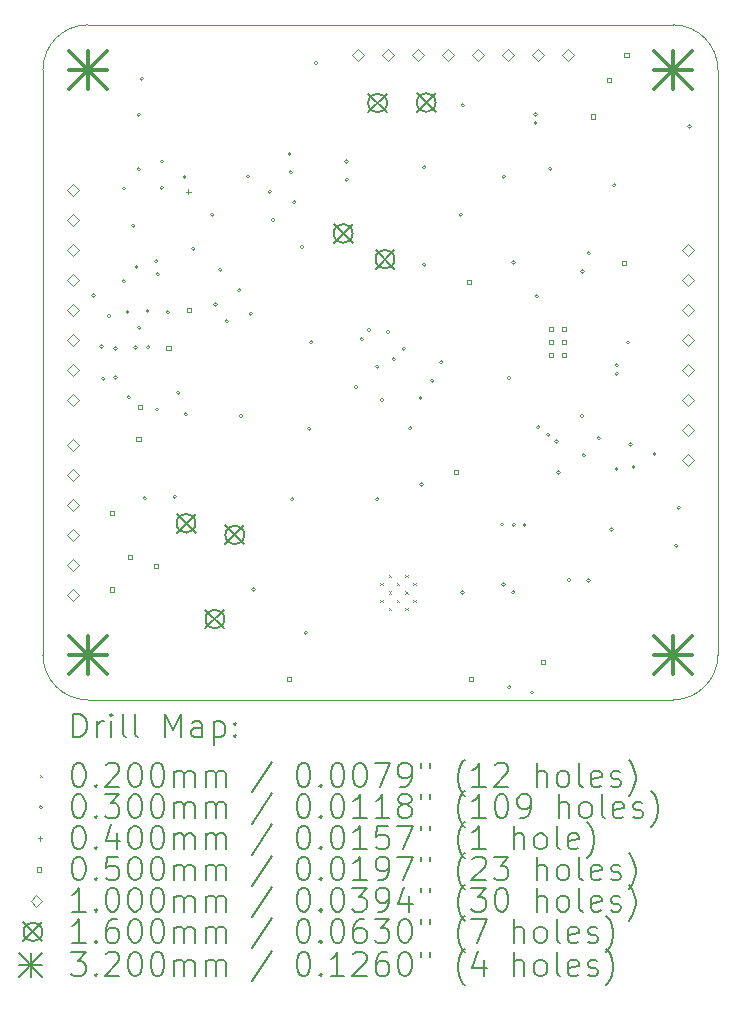
<source format=gbr>
%TF.GenerationSoftware,KiCad,Pcbnew,9.0.0*%
%TF.CreationDate,2025-02-28T23:10:12-08:00*%
%TF.ProjectId,Constellation Stack V3.0,436f6e73-7465-46c6-9c61-74696f6e2053,rev?*%
%TF.SameCoordinates,Original*%
%TF.FileFunction,Drillmap*%
%TF.FilePolarity,Positive*%
%FSLAX45Y45*%
G04 Gerber Fmt 4.5, Leading zero omitted, Abs format (unit mm)*
G04 Created by KiCad (PCBNEW 9.0.0) date 2025-02-28 23:10:12*
%MOMM*%
%LPD*%
G01*
G04 APERTURE LIST*
%ADD10C,0.100000*%
%ADD11C,0.200000*%
%ADD12C,0.160000*%
%ADD13C,0.320000*%
G04 APERTURE END LIST*
D10*
X2921000Y-8255000D02*
G75*
G02*
X2540000Y-7874000I0J381000D01*
G01*
X7874000Y-2540000D02*
G75*
G02*
X8255000Y-2921000I0J-381000D01*
G01*
X2540000Y-7874000D02*
X2540000Y-2921000D01*
X8255000Y-7874000D02*
G75*
G02*
X7874000Y-8255000I-381000J0D01*
G01*
X8255000Y-7874000D02*
X8255000Y-2921000D01*
X2921000Y-8255000D02*
X7874000Y-8255000D01*
X2540000Y-2921000D02*
G75*
G02*
X2921000Y-2540000I381000J0D01*
G01*
X2921000Y-2540000D02*
X7874000Y-2540000D01*
D11*
D10*
X5397500Y-7266000D02*
X5417500Y-7286000D01*
X5417500Y-7266000D02*
X5397500Y-7286000D01*
X5397500Y-7406000D02*
X5417500Y-7426000D01*
X5417500Y-7406000D02*
X5397500Y-7426000D01*
X5467500Y-7196000D02*
X5487500Y-7216000D01*
X5487500Y-7196000D02*
X5467500Y-7216000D01*
X5467500Y-7336000D02*
X5487500Y-7356000D01*
X5487500Y-7336000D02*
X5467500Y-7356000D01*
X5467500Y-7476000D02*
X5487500Y-7496000D01*
X5487500Y-7476000D02*
X5467500Y-7496000D01*
X5537500Y-7266000D02*
X5557500Y-7286000D01*
X5557500Y-7266000D02*
X5537500Y-7286000D01*
X5537500Y-7406000D02*
X5557500Y-7426000D01*
X5557500Y-7406000D02*
X5537500Y-7426000D01*
X5607500Y-7196000D02*
X5627500Y-7216000D01*
X5627500Y-7196000D02*
X5607500Y-7216000D01*
X5607500Y-7336000D02*
X5627500Y-7356000D01*
X5627500Y-7336000D02*
X5607500Y-7356000D01*
X5607500Y-7476000D02*
X5627500Y-7496000D01*
X5627500Y-7476000D02*
X5607500Y-7496000D01*
X5677500Y-7266000D02*
X5697500Y-7286000D01*
X5697500Y-7266000D02*
X5677500Y-7286000D01*
X5677500Y-7406000D02*
X5697500Y-7426000D01*
X5697500Y-7406000D02*
X5677500Y-7426000D01*
X2984500Y-4831600D02*
G75*
G02*
X2954500Y-4831600I-15000J0D01*
G01*
X2954500Y-4831600D02*
G75*
G02*
X2984500Y-4831600I15000J0D01*
G01*
X3051415Y-5263826D02*
G75*
G02*
X3021415Y-5263826I-15000J0D01*
G01*
X3021415Y-5263826D02*
G75*
G02*
X3051415Y-5263826I15000J0D01*
G01*
X3065587Y-5538000D02*
G75*
G02*
X3035587Y-5538000I-15000J0D01*
G01*
X3035587Y-5538000D02*
G75*
G02*
X3065587Y-5538000I15000J0D01*
G01*
X3113425Y-5004170D02*
G75*
G02*
X3083425Y-5004170I-15000J0D01*
G01*
X3083425Y-5004170D02*
G75*
G02*
X3113425Y-5004170I15000J0D01*
G01*
X3169000Y-5527000D02*
G75*
G02*
X3139000Y-5527000I-15000J0D01*
G01*
X3139000Y-5527000D02*
G75*
G02*
X3169000Y-5527000I15000J0D01*
G01*
X3169767Y-5280500D02*
G75*
G02*
X3139767Y-5280500I-15000J0D01*
G01*
X3139767Y-5280500D02*
G75*
G02*
X3169767Y-5280500I15000J0D01*
G01*
X3239000Y-4712036D02*
G75*
G02*
X3209000Y-4712036I-15000J0D01*
G01*
X3209000Y-4712036D02*
G75*
G02*
X3239000Y-4712036I15000J0D01*
G01*
X3243000Y-3926000D02*
G75*
G02*
X3213000Y-3926000I-15000J0D01*
G01*
X3213000Y-3926000D02*
G75*
G02*
X3243000Y-3926000I15000J0D01*
G01*
X3272000Y-4971000D02*
G75*
G02*
X3242000Y-4971000I-15000J0D01*
G01*
X3242000Y-4971000D02*
G75*
G02*
X3272000Y-4971000I15000J0D01*
G01*
X3280000Y-5693000D02*
G75*
G02*
X3250000Y-5693000I-15000J0D01*
G01*
X3250000Y-5693000D02*
G75*
G02*
X3280000Y-5693000I15000J0D01*
G01*
X3320500Y-4242600D02*
G75*
G02*
X3290500Y-4242600I-15000J0D01*
G01*
X3290500Y-4242600D02*
G75*
G02*
X3320500Y-4242600I15000J0D01*
G01*
X3339000Y-5273000D02*
G75*
G02*
X3309000Y-5273000I-15000J0D01*
G01*
X3309000Y-5273000D02*
G75*
G02*
X3339000Y-5273000I15000J0D01*
G01*
X3346500Y-4589600D02*
G75*
G02*
X3316500Y-4589600I-15000J0D01*
G01*
X3316500Y-4589600D02*
G75*
G02*
X3346500Y-4589600I15000J0D01*
G01*
X3366000Y-3761000D02*
G75*
G02*
X3336000Y-3761000I-15000J0D01*
G01*
X3336000Y-3761000D02*
G75*
G02*
X3366000Y-3761000I15000J0D01*
G01*
X3367000Y-3300000D02*
G75*
G02*
X3337000Y-3300000I-15000J0D01*
G01*
X3337000Y-3300000D02*
G75*
G02*
X3367000Y-3300000I15000J0D01*
G01*
X3370000Y-5104000D02*
G75*
G02*
X3340000Y-5104000I-15000J0D01*
G01*
X3340000Y-5104000D02*
G75*
G02*
X3370000Y-5104000I15000J0D01*
G01*
X3393000Y-2996000D02*
G75*
G02*
X3363000Y-2996000I-15000J0D01*
G01*
X3363000Y-2996000D02*
G75*
G02*
X3393000Y-2996000I15000J0D01*
G01*
X3417173Y-6549673D02*
G75*
G02*
X3387173Y-6549673I-15000J0D01*
G01*
X3387173Y-6549673D02*
G75*
G02*
X3417173Y-6549673I15000J0D01*
G01*
X3442000Y-4963000D02*
G75*
G02*
X3412000Y-4963000I-15000J0D01*
G01*
X3412000Y-4963000D02*
G75*
G02*
X3442000Y-4963000I15000J0D01*
G01*
X3446000Y-5269000D02*
G75*
G02*
X3416000Y-5269000I-15000J0D01*
G01*
X3416000Y-5269000D02*
G75*
G02*
X3446000Y-5269000I15000J0D01*
G01*
X3514500Y-4541600D02*
G75*
G02*
X3484500Y-4541600I-15000J0D01*
G01*
X3484500Y-4541600D02*
G75*
G02*
X3514500Y-4541600I15000J0D01*
G01*
X3522520Y-5796860D02*
G75*
G02*
X3492520Y-5796860I-15000J0D01*
G01*
X3492520Y-5796860D02*
G75*
G02*
X3522520Y-5796860I15000J0D01*
G01*
X3526500Y-4650600D02*
G75*
G02*
X3496500Y-4650600I-15000J0D01*
G01*
X3496500Y-4650600D02*
G75*
G02*
X3526500Y-4650600I15000J0D01*
G01*
X3562000Y-3698000D02*
G75*
G02*
X3532000Y-3698000I-15000J0D01*
G01*
X3532000Y-3698000D02*
G75*
G02*
X3562000Y-3698000I15000J0D01*
G01*
X3562000Y-3919000D02*
G75*
G02*
X3532000Y-3919000I-15000J0D01*
G01*
X3532000Y-3919000D02*
G75*
G02*
X3562000Y-3919000I15000J0D01*
G01*
X3611960Y-4973060D02*
G75*
G02*
X3581960Y-4973060I-15000J0D01*
G01*
X3581960Y-4973060D02*
G75*
G02*
X3611960Y-4973060I15000J0D01*
G01*
X3670750Y-6535250D02*
G75*
G02*
X3640750Y-6535250I-15000J0D01*
G01*
X3640750Y-6535250D02*
G75*
G02*
X3670750Y-6535250I15000J0D01*
G01*
X3701500Y-5654600D02*
G75*
G02*
X3671500Y-5654600I-15000J0D01*
G01*
X3671500Y-5654600D02*
G75*
G02*
X3701500Y-5654600I15000J0D01*
G01*
X3753880Y-3827780D02*
G75*
G02*
X3723880Y-3827780I-15000J0D01*
G01*
X3723880Y-3827780D02*
G75*
G02*
X3753880Y-3827780I15000J0D01*
G01*
X3764360Y-5839200D02*
G75*
G02*
X3734360Y-5839200I-15000J0D01*
G01*
X3734360Y-5839200D02*
G75*
G02*
X3764360Y-5839200I15000J0D01*
G01*
X3826500Y-4436600D02*
G75*
G02*
X3796500Y-4436600I-15000J0D01*
G01*
X3796500Y-4436600D02*
G75*
G02*
X3826500Y-4436600I15000J0D01*
G01*
X3988000Y-4149000D02*
G75*
G02*
X3958000Y-4149000I-15000J0D01*
G01*
X3958000Y-4149000D02*
G75*
G02*
X3988000Y-4149000I15000J0D01*
G01*
X4018000Y-4908000D02*
G75*
G02*
X3988000Y-4908000I-15000J0D01*
G01*
X3988000Y-4908000D02*
G75*
G02*
X4018000Y-4908000I15000J0D01*
G01*
X4055000Y-4613000D02*
G75*
G02*
X4025000Y-4613000I-15000J0D01*
G01*
X4025000Y-4613000D02*
G75*
G02*
X4055000Y-4613000I15000J0D01*
G01*
X4112000Y-5050000D02*
G75*
G02*
X4082000Y-5050000I-15000J0D01*
G01*
X4082000Y-5050000D02*
G75*
G02*
X4112000Y-5050000I15000J0D01*
G01*
X4217000Y-4787000D02*
G75*
G02*
X4187000Y-4787000I-15000J0D01*
G01*
X4187000Y-4787000D02*
G75*
G02*
X4217000Y-4787000I15000J0D01*
G01*
X4232000Y-5854000D02*
G75*
G02*
X4202000Y-5854000I-15000J0D01*
G01*
X4202000Y-5854000D02*
G75*
G02*
X4232000Y-5854000I15000J0D01*
G01*
X4291760Y-3825240D02*
G75*
G02*
X4261760Y-3825240I-15000J0D01*
G01*
X4261760Y-3825240D02*
G75*
G02*
X4291760Y-3825240I15000J0D01*
G01*
X4314000Y-4985240D02*
G75*
G02*
X4284000Y-4985240I-15000J0D01*
G01*
X4284000Y-4985240D02*
G75*
G02*
X4314000Y-4985240I15000J0D01*
G01*
X4337000Y-7321000D02*
G75*
G02*
X4307000Y-7321000I-15000J0D01*
G01*
X4307000Y-7321000D02*
G75*
G02*
X4337000Y-7321000I15000J0D01*
G01*
X4475000Y-3953000D02*
G75*
G02*
X4445000Y-3953000I-15000J0D01*
G01*
X4445000Y-3953000D02*
G75*
G02*
X4475000Y-3953000I15000J0D01*
G01*
X4502500Y-4192500D02*
G75*
G02*
X4472500Y-4192500I-15000J0D01*
G01*
X4472500Y-4192500D02*
G75*
G02*
X4502500Y-4192500I15000J0D01*
G01*
X4642880Y-3634740D02*
G75*
G02*
X4612880Y-3634740I-15000J0D01*
G01*
X4612880Y-3634740D02*
G75*
G02*
X4642880Y-3634740I15000J0D01*
G01*
X4653040Y-3789680D02*
G75*
G02*
X4623040Y-3789680I-15000J0D01*
G01*
X4623040Y-3789680D02*
G75*
G02*
X4653040Y-3789680I15000J0D01*
G01*
X4665000Y-6556000D02*
G75*
G02*
X4635000Y-6556000I-15000J0D01*
G01*
X4635000Y-6556000D02*
G75*
G02*
X4665000Y-6556000I15000J0D01*
G01*
X4682000Y-4042000D02*
G75*
G02*
X4652000Y-4042000I-15000J0D01*
G01*
X4652000Y-4042000D02*
G75*
G02*
X4682000Y-4042000I15000J0D01*
G01*
X4747000Y-4421000D02*
G75*
G02*
X4717000Y-4421000I-15000J0D01*
G01*
X4717000Y-4421000D02*
G75*
G02*
X4747000Y-4421000I15000J0D01*
G01*
X4779000Y-7688000D02*
G75*
G02*
X4749000Y-7688000I-15000J0D01*
G01*
X4749000Y-7688000D02*
G75*
G02*
X4779000Y-7688000I15000J0D01*
G01*
X4808000Y-5960000D02*
G75*
G02*
X4778000Y-5960000I-15000J0D01*
G01*
X4778000Y-5960000D02*
G75*
G02*
X4808000Y-5960000I15000J0D01*
G01*
X4827000Y-5228000D02*
G75*
G02*
X4797000Y-5228000I-15000J0D01*
G01*
X4797000Y-5228000D02*
G75*
G02*
X4827000Y-5228000I15000J0D01*
G01*
X4867000Y-2863000D02*
G75*
G02*
X4837000Y-2863000I-15000J0D01*
G01*
X4837000Y-2863000D02*
G75*
G02*
X4867000Y-2863000I15000J0D01*
G01*
X5124670Y-3697970D02*
G75*
G02*
X5094670Y-3697970I-15000J0D01*
G01*
X5094670Y-3697970D02*
G75*
G02*
X5124670Y-3697970I15000J0D01*
G01*
X5127670Y-3851470D02*
G75*
G02*
X5097670Y-3851470I-15000J0D01*
G01*
X5097670Y-3851470D02*
G75*
G02*
X5127670Y-3851470I15000J0D01*
G01*
X5205000Y-5607000D02*
G75*
G02*
X5175000Y-5607000I-15000J0D01*
G01*
X5175000Y-5607000D02*
G75*
G02*
X5205000Y-5607000I15000J0D01*
G01*
X5255000Y-5202800D02*
G75*
G02*
X5225000Y-5202800I-15000J0D01*
G01*
X5225000Y-5202800D02*
G75*
G02*
X5255000Y-5202800I15000J0D01*
G01*
X5316000Y-5125340D02*
G75*
G02*
X5286000Y-5125340I-15000J0D01*
G01*
X5286000Y-5125340D02*
G75*
G02*
X5316000Y-5125340I15000J0D01*
G01*
X5386493Y-5435112D02*
G75*
G02*
X5356493Y-5435112I-15000J0D01*
G01*
X5356493Y-5435112D02*
G75*
G02*
X5386493Y-5435112I15000J0D01*
G01*
X5387000Y-6556000D02*
G75*
G02*
X5357000Y-6556000I-15000J0D01*
G01*
X5357000Y-6556000D02*
G75*
G02*
X5387000Y-6556000I15000J0D01*
G01*
X5426000Y-5718000D02*
G75*
G02*
X5396000Y-5718000I-15000J0D01*
G01*
X5396000Y-5718000D02*
G75*
G02*
X5426000Y-5718000I15000J0D01*
G01*
X5476500Y-5139258D02*
G75*
G02*
X5446500Y-5139258I-15000J0D01*
G01*
X5446500Y-5139258D02*
G75*
G02*
X5476500Y-5139258I15000J0D01*
G01*
X5526205Y-5371210D02*
G75*
G02*
X5496205Y-5371210I-15000J0D01*
G01*
X5496205Y-5371210D02*
G75*
G02*
X5526205Y-5371210I15000J0D01*
G01*
X5610620Y-5283200D02*
G75*
G02*
X5580620Y-5283200I-15000J0D01*
G01*
X5580620Y-5283200D02*
G75*
G02*
X5610620Y-5283200I15000J0D01*
G01*
X5664045Y-5957000D02*
G75*
G02*
X5634045Y-5957000I-15000J0D01*
G01*
X5634045Y-5957000D02*
G75*
G02*
X5664045Y-5957000I15000J0D01*
G01*
X5752000Y-5701000D02*
G75*
G02*
X5722000Y-5701000I-15000J0D01*
G01*
X5722000Y-5701000D02*
G75*
G02*
X5752000Y-5701000I15000J0D01*
G01*
X5760000Y-6434000D02*
G75*
G02*
X5730000Y-6434000I-15000J0D01*
G01*
X5730000Y-6434000D02*
G75*
G02*
X5760000Y-6434000I15000J0D01*
G01*
X5783000Y-4570000D02*
G75*
G02*
X5753000Y-4570000I-15000J0D01*
G01*
X5753000Y-4570000D02*
G75*
G02*
X5783000Y-4570000I15000J0D01*
G01*
X5783620Y-3744420D02*
G75*
G02*
X5753620Y-3744420I-15000J0D01*
G01*
X5753620Y-3744420D02*
G75*
G02*
X5783620Y-3744420I15000J0D01*
G01*
X5851000Y-5555140D02*
G75*
G02*
X5821000Y-5555140I-15000J0D01*
G01*
X5821000Y-5555140D02*
G75*
G02*
X5851000Y-5555140I15000J0D01*
G01*
X5926500Y-5397500D02*
G75*
G02*
X5896500Y-5397500I-15000J0D01*
G01*
X5896500Y-5397500D02*
G75*
G02*
X5926500Y-5397500I15000J0D01*
G01*
X6093000Y-4149250D02*
G75*
G02*
X6063000Y-4149250I-15000J0D01*
G01*
X6063000Y-4149250D02*
G75*
G02*
X6093000Y-4149250I15000J0D01*
G01*
X6107920Y-3221140D02*
G75*
G02*
X6077920Y-3221140I-15000J0D01*
G01*
X6077920Y-3221140D02*
G75*
G02*
X6107920Y-3221140I15000J0D01*
G01*
X6109000Y-7347000D02*
G75*
G02*
X6079000Y-7347000I-15000J0D01*
G01*
X6079000Y-7347000D02*
G75*
G02*
X6109000Y-7347000I15000J0D01*
G01*
X6442000Y-6772000D02*
G75*
G02*
X6412000Y-6772000I-15000J0D01*
G01*
X6412000Y-6772000D02*
G75*
G02*
X6442000Y-6772000I15000J0D01*
G01*
X6454000Y-7280000D02*
G75*
G02*
X6424000Y-7280000I-15000J0D01*
G01*
X6424000Y-7280000D02*
G75*
G02*
X6454000Y-7280000I15000J0D01*
G01*
X6457473Y-3827080D02*
G75*
G02*
X6427473Y-3827080I-15000J0D01*
G01*
X6427473Y-3827080D02*
G75*
G02*
X6457473Y-3827080I15000J0D01*
G01*
X6499870Y-5530080D02*
G75*
G02*
X6469870Y-5530080I-15000J0D01*
G01*
X6469870Y-5530080D02*
G75*
G02*
X6499870Y-5530080I15000J0D01*
G01*
X6503160Y-8149360D02*
G75*
G02*
X6473160Y-8149360I-15000J0D01*
G01*
X6473160Y-8149360D02*
G75*
G02*
X6503160Y-8149360I15000J0D01*
G01*
X6538000Y-7343000D02*
G75*
G02*
X6508000Y-7343000I-15000J0D01*
G01*
X6508000Y-7343000D02*
G75*
G02*
X6538000Y-7343000I15000J0D01*
G01*
X6539870Y-4551080D02*
G75*
G02*
X6509870Y-4551080I-15000J0D01*
G01*
X6509870Y-4551080D02*
G75*
G02*
X6539870Y-4551080I15000J0D01*
G01*
X6542000Y-6773000D02*
G75*
G02*
X6512000Y-6773000I-15000J0D01*
G01*
X6512000Y-6773000D02*
G75*
G02*
X6542000Y-6773000I15000J0D01*
G01*
X6631993Y-6774111D02*
G75*
G02*
X6601993Y-6774111I-15000J0D01*
G01*
X6601993Y-6774111D02*
G75*
G02*
X6631993Y-6774111I15000J0D01*
G01*
X6695160Y-8193360D02*
G75*
G02*
X6665160Y-8193360I-15000J0D01*
G01*
X6665160Y-8193360D02*
G75*
G02*
X6695160Y-8193360I15000J0D01*
G01*
X6725000Y-3299000D02*
G75*
G02*
X6695000Y-3299000I-15000J0D01*
G01*
X6695000Y-3299000D02*
G75*
G02*
X6725000Y-3299000I15000J0D01*
G01*
X6726000Y-3371000D02*
G75*
G02*
X6696000Y-3371000I-15000J0D01*
G01*
X6696000Y-3371000D02*
G75*
G02*
X6726000Y-3371000I15000J0D01*
G01*
X6736000Y-4837000D02*
G75*
G02*
X6706000Y-4837000I-15000J0D01*
G01*
X6706000Y-4837000D02*
G75*
G02*
X6736000Y-4837000I15000J0D01*
G01*
X6749000Y-5948000D02*
G75*
G02*
X6719000Y-5948000I-15000J0D01*
G01*
X6719000Y-5948000D02*
G75*
G02*
X6749000Y-5948000I15000J0D01*
G01*
X6832000Y-6011000D02*
G75*
G02*
X6802000Y-6011000I-15000J0D01*
G01*
X6802000Y-6011000D02*
G75*
G02*
X6832000Y-6011000I15000J0D01*
G01*
X6849870Y-3758080D02*
G75*
G02*
X6819870Y-3758080I-15000J0D01*
G01*
X6819870Y-3758080D02*
G75*
G02*
X6849870Y-3758080I15000J0D01*
G01*
X6903099Y-6066181D02*
G75*
G02*
X6873099Y-6066181I-15000J0D01*
G01*
X6873099Y-6066181D02*
G75*
G02*
X6903099Y-6066181I15000J0D01*
G01*
X6921000Y-6329000D02*
G75*
G02*
X6891000Y-6329000I-15000J0D01*
G01*
X6891000Y-6329000D02*
G75*
G02*
X6921000Y-6329000I15000J0D01*
G01*
X7008000Y-7240000D02*
G75*
G02*
X6978000Y-7240000I-15000J0D01*
G01*
X6978000Y-7240000D02*
G75*
G02*
X7008000Y-7240000I15000J0D01*
G01*
X7120000Y-5851000D02*
G75*
G02*
X7090000Y-5851000I-15000J0D01*
G01*
X7090000Y-5851000D02*
G75*
G02*
X7120000Y-5851000I15000J0D01*
G01*
X7124870Y-4629080D02*
G75*
G02*
X7094870Y-4629080I-15000J0D01*
G01*
X7094870Y-4629080D02*
G75*
G02*
X7124870Y-4629080I15000J0D01*
G01*
X7135000Y-6184000D02*
G75*
G02*
X7105000Y-6184000I-15000J0D01*
G01*
X7105000Y-6184000D02*
G75*
G02*
X7135000Y-6184000I15000J0D01*
G01*
X7175000Y-7245750D02*
G75*
G02*
X7145000Y-7245750I-15000J0D01*
G01*
X7145000Y-7245750D02*
G75*
G02*
X7175000Y-7245750I15000J0D01*
G01*
X7176870Y-4473080D02*
G75*
G02*
X7146870Y-4473080I-15000J0D01*
G01*
X7146870Y-4473080D02*
G75*
G02*
X7176870Y-4473080I15000J0D01*
G01*
X7261330Y-6040960D02*
G75*
G02*
X7231330Y-6040960I-15000J0D01*
G01*
X7231330Y-6040960D02*
G75*
G02*
X7261330Y-6040960I15000J0D01*
G01*
X7370043Y-6812043D02*
G75*
G02*
X7340043Y-6812043I-15000J0D01*
G01*
X7340043Y-6812043D02*
G75*
G02*
X7370043Y-6812043I15000J0D01*
G01*
X7393870Y-3898080D02*
G75*
G02*
X7363870Y-3898080I-15000J0D01*
G01*
X7363870Y-3898080D02*
G75*
G02*
X7393870Y-3898080I15000J0D01*
G01*
X7410970Y-6301940D02*
G75*
G02*
X7380970Y-6301940I-15000J0D01*
G01*
X7380970Y-6301940D02*
G75*
G02*
X7410970Y-6301940I15000J0D01*
G01*
X7413870Y-5495080D02*
G75*
G02*
X7383870Y-5495080I-15000J0D01*
G01*
X7383870Y-5495080D02*
G75*
G02*
X7413870Y-5495080I15000J0D01*
G01*
X7414870Y-5422080D02*
G75*
G02*
X7384870Y-5422080I-15000J0D01*
G01*
X7384870Y-5422080D02*
G75*
G02*
X7414870Y-5422080I15000J0D01*
G01*
X7508870Y-5229080D02*
G75*
G02*
X7478870Y-5229080I-15000J0D01*
G01*
X7478870Y-5229080D02*
G75*
G02*
X7508870Y-5229080I15000J0D01*
G01*
X7529330Y-6092960D02*
G75*
G02*
X7499330Y-6092960I-15000J0D01*
G01*
X7499330Y-6092960D02*
G75*
G02*
X7529330Y-6092960I15000J0D01*
G01*
X7555330Y-6284960D02*
G75*
G02*
X7525330Y-6284960I-15000J0D01*
G01*
X7525330Y-6284960D02*
G75*
G02*
X7555330Y-6284960I15000J0D01*
G01*
X7734000Y-6173000D02*
G75*
G02*
X7704000Y-6173000I-15000J0D01*
G01*
X7704000Y-6173000D02*
G75*
G02*
X7734000Y-6173000I15000J0D01*
G01*
X7916000Y-6950000D02*
G75*
G02*
X7886000Y-6950000I-15000J0D01*
G01*
X7886000Y-6950000D02*
G75*
G02*
X7916000Y-6950000I15000J0D01*
G01*
X7938455Y-6628000D02*
G75*
G02*
X7908455Y-6628000I-15000J0D01*
G01*
X7908455Y-6628000D02*
G75*
G02*
X7938455Y-6628000I15000J0D01*
G01*
X8030136Y-3401000D02*
G75*
G02*
X8000136Y-3401000I-15000J0D01*
G01*
X8000136Y-3401000D02*
G75*
G02*
X8030136Y-3401000I15000J0D01*
G01*
X3771420Y-3934031D02*
X3771420Y-3974031D01*
X3751420Y-3954031D02*
X3791420Y-3954031D01*
X3141678Y-6690678D02*
X3141678Y-6655322D01*
X3106322Y-6655322D01*
X3106322Y-6690678D01*
X3141678Y-6690678D01*
X3141678Y-7338678D02*
X3141678Y-7303322D01*
X3106322Y-7303322D01*
X3106322Y-7338678D01*
X3141678Y-7338678D01*
X3292428Y-7065928D02*
X3292428Y-7030572D01*
X3257072Y-7030572D01*
X3257072Y-7065928D01*
X3292428Y-7065928D01*
X3367578Y-6066548D02*
X3367578Y-6031192D01*
X3332222Y-6031192D01*
X3332222Y-6066548D01*
X3367578Y-6066548D01*
X3379678Y-5793678D02*
X3379678Y-5758322D01*
X3344322Y-5758322D01*
X3344322Y-5793678D01*
X3379678Y-5793678D01*
X3516428Y-7138928D02*
X3516428Y-7103572D01*
X3481072Y-7103572D01*
X3481072Y-7138928D01*
X3516428Y-7138928D01*
X3620428Y-5295278D02*
X3620428Y-5259922D01*
X3585072Y-5259922D01*
X3585072Y-5295278D01*
X3620428Y-5295278D01*
X3795178Y-4972278D02*
X3795178Y-4936922D01*
X3759822Y-4936922D01*
X3759822Y-4972278D01*
X3795178Y-4972278D01*
X4640478Y-8099958D02*
X4640478Y-8064602D01*
X4605122Y-8064602D01*
X4605122Y-8099958D01*
X4640478Y-8099958D01*
X6057798Y-6344818D02*
X6057798Y-6309462D01*
X6022442Y-6309462D01*
X6022442Y-6344818D01*
X6057798Y-6344818D01*
X6161678Y-4732678D02*
X6161678Y-4697322D01*
X6126322Y-4697322D01*
X6126322Y-4732678D01*
X6161678Y-4732678D01*
X6184798Y-8099958D02*
X6184798Y-8064602D01*
X6149442Y-8064602D01*
X6149442Y-8099958D01*
X6184798Y-8099958D01*
X6794838Y-7955038D02*
X6794838Y-7919682D01*
X6759482Y-7919682D01*
X6759482Y-7955038D01*
X6794838Y-7955038D01*
X6861548Y-5133758D02*
X6861548Y-5098402D01*
X6826192Y-5098402D01*
X6826192Y-5133758D01*
X6861548Y-5133758D01*
X6861548Y-5242758D02*
X6861548Y-5207402D01*
X6826192Y-5207402D01*
X6826192Y-5242758D01*
X6861548Y-5242758D01*
X6861548Y-5353758D02*
X6861548Y-5318402D01*
X6826192Y-5318402D01*
X6826192Y-5353758D01*
X6861548Y-5353758D01*
X6966548Y-5133758D02*
X6966548Y-5098402D01*
X6931192Y-5098402D01*
X6931192Y-5133758D01*
X6966548Y-5133758D01*
X6971548Y-5243758D02*
X6971548Y-5208402D01*
X6936192Y-5208402D01*
X6936192Y-5243758D01*
X6971548Y-5243758D01*
X6971548Y-5353758D02*
X6971548Y-5318402D01*
X6936192Y-5318402D01*
X6936192Y-5353758D01*
X6971548Y-5353758D01*
X7216678Y-3333678D02*
X7216678Y-3298322D01*
X7181322Y-3298322D01*
X7181322Y-3333678D01*
X7216678Y-3333678D01*
X7353678Y-3025678D02*
X7353678Y-2990322D01*
X7318322Y-2990322D01*
X7318322Y-3025678D01*
X7353678Y-3025678D01*
X7476678Y-4571678D02*
X7476678Y-4536322D01*
X7441322Y-4536322D01*
X7441322Y-4571678D01*
X7476678Y-4571678D01*
X7498678Y-2815678D02*
X7498678Y-2780322D01*
X7463322Y-2780322D01*
X7463322Y-2815678D01*
X7498678Y-2815678D01*
X2794000Y-3987000D02*
X2844000Y-3937000D01*
X2794000Y-3887000D01*
X2744000Y-3937000D01*
X2794000Y-3987000D01*
X2794000Y-4241000D02*
X2844000Y-4191000D01*
X2794000Y-4141000D01*
X2744000Y-4191000D01*
X2794000Y-4241000D01*
X2794000Y-4495000D02*
X2844000Y-4445000D01*
X2794000Y-4395000D01*
X2744000Y-4445000D01*
X2794000Y-4495000D01*
X2794000Y-4749000D02*
X2844000Y-4699000D01*
X2794000Y-4649000D01*
X2744000Y-4699000D01*
X2794000Y-4749000D01*
X2794000Y-5003000D02*
X2844000Y-4953000D01*
X2794000Y-4903000D01*
X2744000Y-4953000D01*
X2794000Y-5003000D01*
X2794000Y-5257000D02*
X2844000Y-5207000D01*
X2794000Y-5157000D01*
X2744000Y-5207000D01*
X2794000Y-5257000D01*
X2794000Y-5511000D02*
X2844000Y-5461000D01*
X2794000Y-5411000D01*
X2744000Y-5461000D01*
X2794000Y-5511000D01*
X2794000Y-5765000D02*
X2844000Y-5715000D01*
X2794000Y-5665000D01*
X2744000Y-5715000D01*
X2794000Y-5765000D01*
X2794000Y-6146000D02*
X2844000Y-6096000D01*
X2794000Y-6046000D01*
X2744000Y-6096000D01*
X2794000Y-6146000D01*
X2794000Y-6400000D02*
X2844000Y-6350000D01*
X2794000Y-6300000D01*
X2744000Y-6350000D01*
X2794000Y-6400000D01*
X2794000Y-6654000D02*
X2844000Y-6604000D01*
X2794000Y-6554000D01*
X2744000Y-6604000D01*
X2794000Y-6654000D01*
X2794000Y-6908000D02*
X2844000Y-6858000D01*
X2794000Y-6808000D01*
X2744000Y-6858000D01*
X2794000Y-6908000D01*
X2794000Y-7162000D02*
X2844000Y-7112000D01*
X2794000Y-7062000D01*
X2744000Y-7112000D01*
X2794000Y-7162000D01*
X2794000Y-7416000D02*
X2844000Y-7366000D01*
X2794000Y-7316000D01*
X2744000Y-7366000D01*
X2794000Y-7416000D01*
X5207000Y-2844000D02*
X5257000Y-2794000D01*
X5207000Y-2744000D01*
X5157000Y-2794000D01*
X5207000Y-2844000D01*
X5461000Y-2844000D02*
X5511000Y-2794000D01*
X5461000Y-2744000D01*
X5411000Y-2794000D01*
X5461000Y-2844000D01*
X5715000Y-2844000D02*
X5765000Y-2794000D01*
X5715000Y-2744000D01*
X5665000Y-2794000D01*
X5715000Y-2844000D01*
X5969000Y-2844000D02*
X6019000Y-2794000D01*
X5969000Y-2744000D01*
X5919000Y-2794000D01*
X5969000Y-2844000D01*
X6223000Y-2844000D02*
X6273000Y-2794000D01*
X6223000Y-2744000D01*
X6173000Y-2794000D01*
X6223000Y-2844000D01*
X6477000Y-2844000D02*
X6527000Y-2794000D01*
X6477000Y-2744000D01*
X6427000Y-2794000D01*
X6477000Y-2844000D01*
X6731000Y-2844000D02*
X6781000Y-2794000D01*
X6731000Y-2744000D01*
X6681000Y-2794000D01*
X6731000Y-2844000D01*
X6985000Y-2844000D02*
X7035000Y-2794000D01*
X6985000Y-2744000D01*
X6935000Y-2794000D01*
X6985000Y-2844000D01*
X8001000Y-4495000D02*
X8051000Y-4445000D01*
X8001000Y-4395000D01*
X7951000Y-4445000D01*
X8001000Y-4495000D01*
X8001000Y-4749000D02*
X8051000Y-4699000D01*
X8001000Y-4649000D01*
X7951000Y-4699000D01*
X8001000Y-4749000D01*
X8001000Y-5003000D02*
X8051000Y-4953000D01*
X8001000Y-4903000D01*
X7951000Y-4953000D01*
X8001000Y-5003000D01*
X8001000Y-5257000D02*
X8051000Y-5207000D01*
X8001000Y-5157000D01*
X7951000Y-5207000D01*
X8001000Y-5257000D01*
X8001000Y-5511000D02*
X8051000Y-5461000D01*
X8001000Y-5411000D01*
X7951000Y-5461000D01*
X8001000Y-5511000D01*
X8001000Y-5765000D02*
X8051000Y-5715000D01*
X8001000Y-5665000D01*
X7951000Y-5715000D01*
X8001000Y-5765000D01*
X8001000Y-6019000D02*
X8051000Y-5969000D01*
X8001000Y-5919000D01*
X7951000Y-5969000D01*
X8001000Y-6019000D01*
X8001000Y-6273000D02*
X8051000Y-6223000D01*
X8001000Y-6173000D01*
X7951000Y-6223000D01*
X8001000Y-6273000D01*
D12*
X3672000Y-6680000D02*
X3832000Y-6840000D01*
X3832000Y-6680000D02*
X3672000Y-6840000D01*
X3832000Y-6760000D02*
G75*
G02*
X3672000Y-6760000I-80000J0D01*
G01*
X3672000Y-6760000D02*
G75*
G02*
X3832000Y-6760000I80000J0D01*
G01*
X3916000Y-7491000D02*
X4076000Y-7651000D01*
X4076000Y-7491000D02*
X3916000Y-7651000D01*
X4076000Y-7571000D02*
G75*
G02*
X3916000Y-7571000I-80000J0D01*
G01*
X3916000Y-7571000D02*
G75*
G02*
X4076000Y-7571000I80000J0D01*
G01*
X4084000Y-6779000D02*
X4244000Y-6939000D01*
X4244000Y-6779000D02*
X4084000Y-6939000D01*
X4244000Y-6859000D02*
G75*
G02*
X4084000Y-6859000I-80000J0D01*
G01*
X4084000Y-6859000D02*
G75*
G02*
X4244000Y-6859000I80000J0D01*
G01*
X5002000Y-4226000D02*
X5162000Y-4386000D01*
X5162000Y-4226000D02*
X5002000Y-4386000D01*
X5162000Y-4306000D02*
G75*
G02*
X5002000Y-4306000I-80000J0D01*
G01*
X5002000Y-4306000D02*
G75*
G02*
X5162000Y-4306000I80000J0D01*
G01*
X5294000Y-3122000D02*
X5454000Y-3282000D01*
X5454000Y-3122000D02*
X5294000Y-3282000D01*
X5454000Y-3202000D02*
G75*
G02*
X5294000Y-3202000I-80000J0D01*
G01*
X5294000Y-3202000D02*
G75*
G02*
X5454000Y-3202000I80000J0D01*
G01*
X5356000Y-4444000D02*
X5516000Y-4604000D01*
X5516000Y-4444000D02*
X5356000Y-4604000D01*
X5516000Y-4524000D02*
G75*
G02*
X5356000Y-4524000I-80000J0D01*
G01*
X5356000Y-4524000D02*
G75*
G02*
X5516000Y-4524000I80000J0D01*
G01*
X5705000Y-3118000D02*
X5865000Y-3278000D01*
X5865000Y-3118000D02*
X5705000Y-3278000D01*
X5865000Y-3198000D02*
G75*
G02*
X5705000Y-3198000I-80000J0D01*
G01*
X5705000Y-3198000D02*
G75*
G02*
X5865000Y-3198000I80000J0D01*
G01*
D13*
X2761000Y-2761000D02*
X3081000Y-3081000D01*
X3081000Y-2761000D02*
X2761000Y-3081000D01*
X2921000Y-2761000D02*
X2921000Y-3081000D01*
X2761000Y-2921000D02*
X3081000Y-2921000D01*
X2761000Y-7714000D02*
X3081000Y-8034000D01*
X3081000Y-7714000D02*
X2761000Y-8034000D01*
X2921000Y-7714000D02*
X2921000Y-8034000D01*
X2761000Y-7874000D02*
X3081000Y-7874000D01*
X7714000Y-2761000D02*
X8034000Y-3081000D01*
X8034000Y-2761000D02*
X7714000Y-3081000D01*
X7874000Y-2761000D02*
X7874000Y-3081000D01*
X7714000Y-2921000D02*
X8034000Y-2921000D01*
X7714000Y-7714000D02*
X8034000Y-8034000D01*
X8034000Y-7714000D02*
X7714000Y-8034000D01*
X7874000Y-7714000D02*
X7874000Y-8034000D01*
X7714000Y-7874000D02*
X8034000Y-7874000D01*
D11*
X2795777Y-8571484D02*
X2795777Y-8371484D01*
X2795777Y-8371484D02*
X2843396Y-8371484D01*
X2843396Y-8371484D02*
X2871967Y-8381008D01*
X2871967Y-8381008D02*
X2891015Y-8400055D01*
X2891015Y-8400055D02*
X2900539Y-8419103D01*
X2900539Y-8419103D02*
X2910062Y-8457198D01*
X2910062Y-8457198D02*
X2910062Y-8485770D01*
X2910062Y-8485770D02*
X2900539Y-8523865D01*
X2900539Y-8523865D02*
X2891015Y-8542912D01*
X2891015Y-8542912D02*
X2871967Y-8561960D01*
X2871967Y-8561960D02*
X2843396Y-8571484D01*
X2843396Y-8571484D02*
X2795777Y-8571484D01*
X2995777Y-8571484D02*
X2995777Y-8438150D01*
X2995777Y-8476246D02*
X3005301Y-8457198D01*
X3005301Y-8457198D02*
X3014824Y-8447674D01*
X3014824Y-8447674D02*
X3033872Y-8438150D01*
X3033872Y-8438150D02*
X3052920Y-8438150D01*
X3119586Y-8571484D02*
X3119586Y-8438150D01*
X3119586Y-8371484D02*
X3110062Y-8381008D01*
X3110062Y-8381008D02*
X3119586Y-8390531D01*
X3119586Y-8390531D02*
X3129110Y-8381008D01*
X3129110Y-8381008D02*
X3119586Y-8371484D01*
X3119586Y-8371484D02*
X3119586Y-8390531D01*
X3243396Y-8571484D02*
X3224348Y-8561960D01*
X3224348Y-8561960D02*
X3214824Y-8542912D01*
X3214824Y-8542912D02*
X3214824Y-8371484D01*
X3348158Y-8571484D02*
X3329110Y-8561960D01*
X3329110Y-8561960D02*
X3319586Y-8542912D01*
X3319586Y-8542912D02*
X3319586Y-8371484D01*
X3576729Y-8571484D02*
X3576729Y-8371484D01*
X3576729Y-8371484D02*
X3643396Y-8514341D01*
X3643396Y-8514341D02*
X3710062Y-8371484D01*
X3710062Y-8371484D02*
X3710062Y-8571484D01*
X3891015Y-8571484D02*
X3891015Y-8466722D01*
X3891015Y-8466722D02*
X3881491Y-8447674D01*
X3881491Y-8447674D02*
X3862443Y-8438150D01*
X3862443Y-8438150D02*
X3824348Y-8438150D01*
X3824348Y-8438150D02*
X3805301Y-8447674D01*
X3891015Y-8561960D02*
X3871967Y-8571484D01*
X3871967Y-8571484D02*
X3824348Y-8571484D01*
X3824348Y-8571484D02*
X3805301Y-8561960D01*
X3805301Y-8561960D02*
X3795777Y-8542912D01*
X3795777Y-8542912D02*
X3795777Y-8523865D01*
X3795777Y-8523865D02*
X3805301Y-8504817D01*
X3805301Y-8504817D02*
X3824348Y-8495293D01*
X3824348Y-8495293D02*
X3871967Y-8495293D01*
X3871967Y-8495293D02*
X3891015Y-8485770D01*
X3986253Y-8438150D02*
X3986253Y-8638150D01*
X3986253Y-8447674D02*
X4005301Y-8438150D01*
X4005301Y-8438150D02*
X4043396Y-8438150D01*
X4043396Y-8438150D02*
X4062443Y-8447674D01*
X4062443Y-8447674D02*
X4071967Y-8457198D01*
X4071967Y-8457198D02*
X4081491Y-8476246D01*
X4081491Y-8476246D02*
X4081491Y-8533389D01*
X4081491Y-8533389D02*
X4071967Y-8552436D01*
X4071967Y-8552436D02*
X4062443Y-8561960D01*
X4062443Y-8561960D02*
X4043396Y-8571484D01*
X4043396Y-8571484D02*
X4005301Y-8571484D01*
X4005301Y-8571484D02*
X3986253Y-8561960D01*
X4167205Y-8552436D02*
X4176729Y-8561960D01*
X4176729Y-8561960D02*
X4167205Y-8571484D01*
X4167205Y-8571484D02*
X4157682Y-8561960D01*
X4157682Y-8561960D02*
X4167205Y-8552436D01*
X4167205Y-8552436D02*
X4167205Y-8571484D01*
X4167205Y-8447674D02*
X4176729Y-8457198D01*
X4176729Y-8457198D02*
X4167205Y-8466722D01*
X4167205Y-8466722D02*
X4157682Y-8457198D01*
X4157682Y-8457198D02*
X4167205Y-8447674D01*
X4167205Y-8447674D02*
X4167205Y-8466722D01*
D10*
X2515000Y-8890000D02*
X2535000Y-8910000D01*
X2535000Y-8890000D02*
X2515000Y-8910000D01*
D11*
X2833872Y-8791484D02*
X2852920Y-8791484D01*
X2852920Y-8791484D02*
X2871967Y-8801008D01*
X2871967Y-8801008D02*
X2881491Y-8810531D01*
X2881491Y-8810531D02*
X2891015Y-8829579D01*
X2891015Y-8829579D02*
X2900539Y-8867674D01*
X2900539Y-8867674D02*
X2900539Y-8915293D01*
X2900539Y-8915293D02*
X2891015Y-8953389D01*
X2891015Y-8953389D02*
X2881491Y-8972436D01*
X2881491Y-8972436D02*
X2871967Y-8981960D01*
X2871967Y-8981960D02*
X2852920Y-8991484D01*
X2852920Y-8991484D02*
X2833872Y-8991484D01*
X2833872Y-8991484D02*
X2814824Y-8981960D01*
X2814824Y-8981960D02*
X2805301Y-8972436D01*
X2805301Y-8972436D02*
X2795777Y-8953389D01*
X2795777Y-8953389D02*
X2786253Y-8915293D01*
X2786253Y-8915293D02*
X2786253Y-8867674D01*
X2786253Y-8867674D02*
X2795777Y-8829579D01*
X2795777Y-8829579D02*
X2805301Y-8810531D01*
X2805301Y-8810531D02*
X2814824Y-8801008D01*
X2814824Y-8801008D02*
X2833872Y-8791484D01*
X2986253Y-8972436D02*
X2995777Y-8981960D01*
X2995777Y-8981960D02*
X2986253Y-8991484D01*
X2986253Y-8991484D02*
X2976729Y-8981960D01*
X2976729Y-8981960D02*
X2986253Y-8972436D01*
X2986253Y-8972436D02*
X2986253Y-8991484D01*
X3071967Y-8810531D02*
X3081491Y-8801008D01*
X3081491Y-8801008D02*
X3100539Y-8791484D01*
X3100539Y-8791484D02*
X3148158Y-8791484D01*
X3148158Y-8791484D02*
X3167205Y-8801008D01*
X3167205Y-8801008D02*
X3176729Y-8810531D01*
X3176729Y-8810531D02*
X3186253Y-8829579D01*
X3186253Y-8829579D02*
X3186253Y-8848627D01*
X3186253Y-8848627D02*
X3176729Y-8877198D01*
X3176729Y-8877198D02*
X3062443Y-8991484D01*
X3062443Y-8991484D02*
X3186253Y-8991484D01*
X3310062Y-8791484D02*
X3329110Y-8791484D01*
X3329110Y-8791484D02*
X3348158Y-8801008D01*
X3348158Y-8801008D02*
X3357682Y-8810531D01*
X3357682Y-8810531D02*
X3367205Y-8829579D01*
X3367205Y-8829579D02*
X3376729Y-8867674D01*
X3376729Y-8867674D02*
X3376729Y-8915293D01*
X3376729Y-8915293D02*
X3367205Y-8953389D01*
X3367205Y-8953389D02*
X3357682Y-8972436D01*
X3357682Y-8972436D02*
X3348158Y-8981960D01*
X3348158Y-8981960D02*
X3329110Y-8991484D01*
X3329110Y-8991484D02*
X3310062Y-8991484D01*
X3310062Y-8991484D02*
X3291015Y-8981960D01*
X3291015Y-8981960D02*
X3281491Y-8972436D01*
X3281491Y-8972436D02*
X3271967Y-8953389D01*
X3271967Y-8953389D02*
X3262443Y-8915293D01*
X3262443Y-8915293D02*
X3262443Y-8867674D01*
X3262443Y-8867674D02*
X3271967Y-8829579D01*
X3271967Y-8829579D02*
X3281491Y-8810531D01*
X3281491Y-8810531D02*
X3291015Y-8801008D01*
X3291015Y-8801008D02*
X3310062Y-8791484D01*
X3500539Y-8791484D02*
X3519586Y-8791484D01*
X3519586Y-8791484D02*
X3538634Y-8801008D01*
X3538634Y-8801008D02*
X3548158Y-8810531D01*
X3548158Y-8810531D02*
X3557682Y-8829579D01*
X3557682Y-8829579D02*
X3567205Y-8867674D01*
X3567205Y-8867674D02*
X3567205Y-8915293D01*
X3567205Y-8915293D02*
X3557682Y-8953389D01*
X3557682Y-8953389D02*
X3548158Y-8972436D01*
X3548158Y-8972436D02*
X3538634Y-8981960D01*
X3538634Y-8981960D02*
X3519586Y-8991484D01*
X3519586Y-8991484D02*
X3500539Y-8991484D01*
X3500539Y-8991484D02*
X3481491Y-8981960D01*
X3481491Y-8981960D02*
X3471967Y-8972436D01*
X3471967Y-8972436D02*
X3462443Y-8953389D01*
X3462443Y-8953389D02*
X3452920Y-8915293D01*
X3452920Y-8915293D02*
X3452920Y-8867674D01*
X3452920Y-8867674D02*
X3462443Y-8829579D01*
X3462443Y-8829579D02*
X3471967Y-8810531D01*
X3471967Y-8810531D02*
X3481491Y-8801008D01*
X3481491Y-8801008D02*
X3500539Y-8791484D01*
X3652920Y-8991484D02*
X3652920Y-8858150D01*
X3652920Y-8877198D02*
X3662443Y-8867674D01*
X3662443Y-8867674D02*
X3681491Y-8858150D01*
X3681491Y-8858150D02*
X3710063Y-8858150D01*
X3710063Y-8858150D02*
X3729110Y-8867674D01*
X3729110Y-8867674D02*
X3738634Y-8886722D01*
X3738634Y-8886722D02*
X3738634Y-8991484D01*
X3738634Y-8886722D02*
X3748158Y-8867674D01*
X3748158Y-8867674D02*
X3767205Y-8858150D01*
X3767205Y-8858150D02*
X3795777Y-8858150D01*
X3795777Y-8858150D02*
X3814824Y-8867674D01*
X3814824Y-8867674D02*
X3824348Y-8886722D01*
X3824348Y-8886722D02*
X3824348Y-8991484D01*
X3919586Y-8991484D02*
X3919586Y-8858150D01*
X3919586Y-8877198D02*
X3929110Y-8867674D01*
X3929110Y-8867674D02*
X3948158Y-8858150D01*
X3948158Y-8858150D02*
X3976729Y-8858150D01*
X3976729Y-8858150D02*
X3995777Y-8867674D01*
X3995777Y-8867674D02*
X4005301Y-8886722D01*
X4005301Y-8886722D02*
X4005301Y-8991484D01*
X4005301Y-8886722D02*
X4014824Y-8867674D01*
X4014824Y-8867674D02*
X4033872Y-8858150D01*
X4033872Y-8858150D02*
X4062443Y-8858150D01*
X4062443Y-8858150D02*
X4081491Y-8867674D01*
X4081491Y-8867674D02*
X4091015Y-8886722D01*
X4091015Y-8886722D02*
X4091015Y-8991484D01*
X4481491Y-8781960D02*
X4310063Y-9039103D01*
X4738634Y-8791484D02*
X4757682Y-8791484D01*
X4757682Y-8791484D02*
X4776729Y-8801008D01*
X4776729Y-8801008D02*
X4786253Y-8810531D01*
X4786253Y-8810531D02*
X4795777Y-8829579D01*
X4795777Y-8829579D02*
X4805301Y-8867674D01*
X4805301Y-8867674D02*
X4805301Y-8915293D01*
X4805301Y-8915293D02*
X4795777Y-8953389D01*
X4795777Y-8953389D02*
X4786253Y-8972436D01*
X4786253Y-8972436D02*
X4776729Y-8981960D01*
X4776729Y-8981960D02*
X4757682Y-8991484D01*
X4757682Y-8991484D02*
X4738634Y-8991484D01*
X4738634Y-8991484D02*
X4719587Y-8981960D01*
X4719587Y-8981960D02*
X4710063Y-8972436D01*
X4710063Y-8972436D02*
X4700539Y-8953389D01*
X4700539Y-8953389D02*
X4691015Y-8915293D01*
X4691015Y-8915293D02*
X4691015Y-8867674D01*
X4691015Y-8867674D02*
X4700539Y-8829579D01*
X4700539Y-8829579D02*
X4710063Y-8810531D01*
X4710063Y-8810531D02*
X4719587Y-8801008D01*
X4719587Y-8801008D02*
X4738634Y-8791484D01*
X4891015Y-8972436D02*
X4900539Y-8981960D01*
X4900539Y-8981960D02*
X4891015Y-8991484D01*
X4891015Y-8991484D02*
X4881491Y-8981960D01*
X4881491Y-8981960D02*
X4891015Y-8972436D01*
X4891015Y-8972436D02*
X4891015Y-8991484D01*
X5024348Y-8791484D02*
X5043396Y-8791484D01*
X5043396Y-8791484D02*
X5062444Y-8801008D01*
X5062444Y-8801008D02*
X5071968Y-8810531D01*
X5071968Y-8810531D02*
X5081491Y-8829579D01*
X5081491Y-8829579D02*
X5091015Y-8867674D01*
X5091015Y-8867674D02*
X5091015Y-8915293D01*
X5091015Y-8915293D02*
X5081491Y-8953389D01*
X5081491Y-8953389D02*
X5071968Y-8972436D01*
X5071968Y-8972436D02*
X5062444Y-8981960D01*
X5062444Y-8981960D02*
X5043396Y-8991484D01*
X5043396Y-8991484D02*
X5024348Y-8991484D01*
X5024348Y-8991484D02*
X5005301Y-8981960D01*
X5005301Y-8981960D02*
X4995777Y-8972436D01*
X4995777Y-8972436D02*
X4986253Y-8953389D01*
X4986253Y-8953389D02*
X4976729Y-8915293D01*
X4976729Y-8915293D02*
X4976729Y-8867674D01*
X4976729Y-8867674D02*
X4986253Y-8829579D01*
X4986253Y-8829579D02*
X4995777Y-8810531D01*
X4995777Y-8810531D02*
X5005301Y-8801008D01*
X5005301Y-8801008D02*
X5024348Y-8791484D01*
X5214825Y-8791484D02*
X5233872Y-8791484D01*
X5233872Y-8791484D02*
X5252920Y-8801008D01*
X5252920Y-8801008D02*
X5262444Y-8810531D01*
X5262444Y-8810531D02*
X5271968Y-8829579D01*
X5271968Y-8829579D02*
X5281491Y-8867674D01*
X5281491Y-8867674D02*
X5281491Y-8915293D01*
X5281491Y-8915293D02*
X5271968Y-8953389D01*
X5271968Y-8953389D02*
X5262444Y-8972436D01*
X5262444Y-8972436D02*
X5252920Y-8981960D01*
X5252920Y-8981960D02*
X5233872Y-8991484D01*
X5233872Y-8991484D02*
X5214825Y-8991484D01*
X5214825Y-8991484D02*
X5195777Y-8981960D01*
X5195777Y-8981960D02*
X5186253Y-8972436D01*
X5186253Y-8972436D02*
X5176729Y-8953389D01*
X5176729Y-8953389D02*
X5167206Y-8915293D01*
X5167206Y-8915293D02*
X5167206Y-8867674D01*
X5167206Y-8867674D02*
X5176729Y-8829579D01*
X5176729Y-8829579D02*
X5186253Y-8810531D01*
X5186253Y-8810531D02*
X5195777Y-8801008D01*
X5195777Y-8801008D02*
X5214825Y-8791484D01*
X5348158Y-8791484D02*
X5481491Y-8791484D01*
X5481491Y-8791484D02*
X5395777Y-8991484D01*
X5567206Y-8991484D02*
X5605301Y-8991484D01*
X5605301Y-8991484D02*
X5624348Y-8981960D01*
X5624348Y-8981960D02*
X5633872Y-8972436D01*
X5633872Y-8972436D02*
X5652920Y-8943865D01*
X5652920Y-8943865D02*
X5662444Y-8905770D01*
X5662444Y-8905770D02*
X5662444Y-8829579D01*
X5662444Y-8829579D02*
X5652920Y-8810531D01*
X5652920Y-8810531D02*
X5643396Y-8801008D01*
X5643396Y-8801008D02*
X5624348Y-8791484D01*
X5624348Y-8791484D02*
X5586253Y-8791484D01*
X5586253Y-8791484D02*
X5567206Y-8801008D01*
X5567206Y-8801008D02*
X5557682Y-8810531D01*
X5557682Y-8810531D02*
X5548158Y-8829579D01*
X5548158Y-8829579D02*
X5548158Y-8877198D01*
X5548158Y-8877198D02*
X5557682Y-8896246D01*
X5557682Y-8896246D02*
X5567206Y-8905770D01*
X5567206Y-8905770D02*
X5586253Y-8915293D01*
X5586253Y-8915293D02*
X5624348Y-8915293D01*
X5624348Y-8915293D02*
X5643396Y-8905770D01*
X5643396Y-8905770D02*
X5652920Y-8896246D01*
X5652920Y-8896246D02*
X5662444Y-8877198D01*
X5738634Y-8791484D02*
X5738634Y-8829579D01*
X5814825Y-8791484D02*
X5814825Y-8829579D01*
X6110063Y-9067674D02*
X6100539Y-9058150D01*
X6100539Y-9058150D02*
X6081491Y-9029579D01*
X6081491Y-9029579D02*
X6071968Y-9010531D01*
X6071968Y-9010531D02*
X6062444Y-8981960D01*
X6062444Y-8981960D02*
X6052920Y-8934341D01*
X6052920Y-8934341D02*
X6052920Y-8896246D01*
X6052920Y-8896246D02*
X6062444Y-8848627D01*
X6062444Y-8848627D02*
X6071968Y-8820055D01*
X6071968Y-8820055D02*
X6081491Y-8801008D01*
X6081491Y-8801008D02*
X6100539Y-8772436D01*
X6100539Y-8772436D02*
X6110063Y-8762912D01*
X6291015Y-8991484D02*
X6176729Y-8991484D01*
X6233872Y-8991484D02*
X6233872Y-8791484D01*
X6233872Y-8791484D02*
X6214825Y-8820055D01*
X6214825Y-8820055D02*
X6195777Y-8839103D01*
X6195777Y-8839103D02*
X6176729Y-8848627D01*
X6367206Y-8810531D02*
X6376729Y-8801008D01*
X6376729Y-8801008D02*
X6395777Y-8791484D01*
X6395777Y-8791484D02*
X6443396Y-8791484D01*
X6443396Y-8791484D02*
X6462444Y-8801008D01*
X6462444Y-8801008D02*
X6471968Y-8810531D01*
X6471968Y-8810531D02*
X6481491Y-8829579D01*
X6481491Y-8829579D02*
X6481491Y-8848627D01*
X6481491Y-8848627D02*
X6471968Y-8877198D01*
X6471968Y-8877198D02*
X6357682Y-8991484D01*
X6357682Y-8991484D02*
X6481491Y-8991484D01*
X6719587Y-8991484D02*
X6719587Y-8791484D01*
X6805301Y-8991484D02*
X6805301Y-8886722D01*
X6805301Y-8886722D02*
X6795777Y-8867674D01*
X6795777Y-8867674D02*
X6776730Y-8858150D01*
X6776730Y-8858150D02*
X6748158Y-8858150D01*
X6748158Y-8858150D02*
X6729110Y-8867674D01*
X6729110Y-8867674D02*
X6719587Y-8877198D01*
X6929110Y-8991484D02*
X6910063Y-8981960D01*
X6910063Y-8981960D02*
X6900539Y-8972436D01*
X6900539Y-8972436D02*
X6891015Y-8953389D01*
X6891015Y-8953389D02*
X6891015Y-8896246D01*
X6891015Y-8896246D02*
X6900539Y-8877198D01*
X6900539Y-8877198D02*
X6910063Y-8867674D01*
X6910063Y-8867674D02*
X6929110Y-8858150D01*
X6929110Y-8858150D02*
X6957682Y-8858150D01*
X6957682Y-8858150D02*
X6976730Y-8867674D01*
X6976730Y-8867674D02*
X6986253Y-8877198D01*
X6986253Y-8877198D02*
X6995777Y-8896246D01*
X6995777Y-8896246D02*
X6995777Y-8953389D01*
X6995777Y-8953389D02*
X6986253Y-8972436D01*
X6986253Y-8972436D02*
X6976730Y-8981960D01*
X6976730Y-8981960D02*
X6957682Y-8991484D01*
X6957682Y-8991484D02*
X6929110Y-8991484D01*
X7110063Y-8991484D02*
X7091015Y-8981960D01*
X7091015Y-8981960D02*
X7081491Y-8962912D01*
X7081491Y-8962912D02*
X7081491Y-8791484D01*
X7262444Y-8981960D02*
X7243396Y-8991484D01*
X7243396Y-8991484D02*
X7205301Y-8991484D01*
X7205301Y-8991484D02*
X7186253Y-8981960D01*
X7186253Y-8981960D02*
X7176730Y-8962912D01*
X7176730Y-8962912D02*
X7176730Y-8886722D01*
X7176730Y-8886722D02*
X7186253Y-8867674D01*
X7186253Y-8867674D02*
X7205301Y-8858150D01*
X7205301Y-8858150D02*
X7243396Y-8858150D01*
X7243396Y-8858150D02*
X7262444Y-8867674D01*
X7262444Y-8867674D02*
X7271968Y-8886722D01*
X7271968Y-8886722D02*
X7271968Y-8905770D01*
X7271968Y-8905770D02*
X7176730Y-8924817D01*
X7348158Y-8981960D02*
X7367206Y-8991484D01*
X7367206Y-8991484D02*
X7405301Y-8991484D01*
X7405301Y-8991484D02*
X7424349Y-8981960D01*
X7424349Y-8981960D02*
X7433872Y-8962912D01*
X7433872Y-8962912D02*
X7433872Y-8953389D01*
X7433872Y-8953389D02*
X7424349Y-8934341D01*
X7424349Y-8934341D02*
X7405301Y-8924817D01*
X7405301Y-8924817D02*
X7376730Y-8924817D01*
X7376730Y-8924817D02*
X7357682Y-8915293D01*
X7357682Y-8915293D02*
X7348158Y-8896246D01*
X7348158Y-8896246D02*
X7348158Y-8886722D01*
X7348158Y-8886722D02*
X7357682Y-8867674D01*
X7357682Y-8867674D02*
X7376730Y-8858150D01*
X7376730Y-8858150D02*
X7405301Y-8858150D01*
X7405301Y-8858150D02*
X7424349Y-8867674D01*
X7500539Y-9067674D02*
X7510063Y-9058150D01*
X7510063Y-9058150D02*
X7529111Y-9029579D01*
X7529111Y-9029579D02*
X7538634Y-9010531D01*
X7538634Y-9010531D02*
X7548158Y-8981960D01*
X7548158Y-8981960D02*
X7557682Y-8934341D01*
X7557682Y-8934341D02*
X7557682Y-8896246D01*
X7557682Y-8896246D02*
X7548158Y-8848627D01*
X7548158Y-8848627D02*
X7538634Y-8820055D01*
X7538634Y-8820055D02*
X7529111Y-8801008D01*
X7529111Y-8801008D02*
X7510063Y-8772436D01*
X7510063Y-8772436D02*
X7500539Y-8762912D01*
D10*
X2535000Y-9164000D02*
G75*
G02*
X2505000Y-9164000I-15000J0D01*
G01*
X2505000Y-9164000D02*
G75*
G02*
X2535000Y-9164000I15000J0D01*
G01*
D11*
X2833872Y-9055484D02*
X2852920Y-9055484D01*
X2852920Y-9055484D02*
X2871967Y-9065008D01*
X2871967Y-9065008D02*
X2881491Y-9074531D01*
X2881491Y-9074531D02*
X2891015Y-9093579D01*
X2891015Y-9093579D02*
X2900539Y-9131674D01*
X2900539Y-9131674D02*
X2900539Y-9179293D01*
X2900539Y-9179293D02*
X2891015Y-9217389D01*
X2891015Y-9217389D02*
X2881491Y-9236436D01*
X2881491Y-9236436D02*
X2871967Y-9245960D01*
X2871967Y-9245960D02*
X2852920Y-9255484D01*
X2852920Y-9255484D02*
X2833872Y-9255484D01*
X2833872Y-9255484D02*
X2814824Y-9245960D01*
X2814824Y-9245960D02*
X2805301Y-9236436D01*
X2805301Y-9236436D02*
X2795777Y-9217389D01*
X2795777Y-9217389D02*
X2786253Y-9179293D01*
X2786253Y-9179293D02*
X2786253Y-9131674D01*
X2786253Y-9131674D02*
X2795777Y-9093579D01*
X2795777Y-9093579D02*
X2805301Y-9074531D01*
X2805301Y-9074531D02*
X2814824Y-9065008D01*
X2814824Y-9065008D02*
X2833872Y-9055484D01*
X2986253Y-9236436D02*
X2995777Y-9245960D01*
X2995777Y-9245960D02*
X2986253Y-9255484D01*
X2986253Y-9255484D02*
X2976729Y-9245960D01*
X2976729Y-9245960D02*
X2986253Y-9236436D01*
X2986253Y-9236436D02*
X2986253Y-9255484D01*
X3062443Y-9055484D02*
X3186253Y-9055484D01*
X3186253Y-9055484D02*
X3119586Y-9131674D01*
X3119586Y-9131674D02*
X3148158Y-9131674D01*
X3148158Y-9131674D02*
X3167205Y-9141198D01*
X3167205Y-9141198D02*
X3176729Y-9150722D01*
X3176729Y-9150722D02*
X3186253Y-9169770D01*
X3186253Y-9169770D02*
X3186253Y-9217389D01*
X3186253Y-9217389D02*
X3176729Y-9236436D01*
X3176729Y-9236436D02*
X3167205Y-9245960D01*
X3167205Y-9245960D02*
X3148158Y-9255484D01*
X3148158Y-9255484D02*
X3091015Y-9255484D01*
X3091015Y-9255484D02*
X3071967Y-9245960D01*
X3071967Y-9245960D02*
X3062443Y-9236436D01*
X3310062Y-9055484D02*
X3329110Y-9055484D01*
X3329110Y-9055484D02*
X3348158Y-9065008D01*
X3348158Y-9065008D02*
X3357682Y-9074531D01*
X3357682Y-9074531D02*
X3367205Y-9093579D01*
X3367205Y-9093579D02*
X3376729Y-9131674D01*
X3376729Y-9131674D02*
X3376729Y-9179293D01*
X3376729Y-9179293D02*
X3367205Y-9217389D01*
X3367205Y-9217389D02*
X3357682Y-9236436D01*
X3357682Y-9236436D02*
X3348158Y-9245960D01*
X3348158Y-9245960D02*
X3329110Y-9255484D01*
X3329110Y-9255484D02*
X3310062Y-9255484D01*
X3310062Y-9255484D02*
X3291015Y-9245960D01*
X3291015Y-9245960D02*
X3281491Y-9236436D01*
X3281491Y-9236436D02*
X3271967Y-9217389D01*
X3271967Y-9217389D02*
X3262443Y-9179293D01*
X3262443Y-9179293D02*
X3262443Y-9131674D01*
X3262443Y-9131674D02*
X3271967Y-9093579D01*
X3271967Y-9093579D02*
X3281491Y-9074531D01*
X3281491Y-9074531D02*
X3291015Y-9065008D01*
X3291015Y-9065008D02*
X3310062Y-9055484D01*
X3500539Y-9055484D02*
X3519586Y-9055484D01*
X3519586Y-9055484D02*
X3538634Y-9065008D01*
X3538634Y-9065008D02*
X3548158Y-9074531D01*
X3548158Y-9074531D02*
X3557682Y-9093579D01*
X3557682Y-9093579D02*
X3567205Y-9131674D01*
X3567205Y-9131674D02*
X3567205Y-9179293D01*
X3567205Y-9179293D02*
X3557682Y-9217389D01*
X3557682Y-9217389D02*
X3548158Y-9236436D01*
X3548158Y-9236436D02*
X3538634Y-9245960D01*
X3538634Y-9245960D02*
X3519586Y-9255484D01*
X3519586Y-9255484D02*
X3500539Y-9255484D01*
X3500539Y-9255484D02*
X3481491Y-9245960D01*
X3481491Y-9245960D02*
X3471967Y-9236436D01*
X3471967Y-9236436D02*
X3462443Y-9217389D01*
X3462443Y-9217389D02*
X3452920Y-9179293D01*
X3452920Y-9179293D02*
X3452920Y-9131674D01*
X3452920Y-9131674D02*
X3462443Y-9093579D01*
X3462443Y-9093579D02*
X3471967Y-9074531D01*
X3471967Y-9074531D02*
X3481491Y-9065008D01*
X3481491Y-9065008D02*
X3500539Y-9055484D01*
X3652920Y-9255484D02*
X3652920Y-9122150D01*
X3652920Y-9141198D02*
X3662443Y-9131674D01*
X3662443Y-9131674D02*
X3681491Y-9122150D01*
X3681491Y-9122150D02*
X3710063Y-9122150D01*
X3710063Y-9122150D02*
X3729110Y-9131674D01*
X3729110Y-9131674D02*
X3738634Y-9150722D01*
X3738634Y-9150722D02*
X3738634Y-9255484D01*
X3738634Y-9150722D02*
X3748158Y-9131674D01*
X3748158Y-9131674D02*
X3767205Y-9122150D01*
X3767205Y-9122150D02*
X3795777Y-9122150D01*
X3795777Y-9122150D02*
X3814824Y-9131674D01*
X3814824Y-9131674D02*
X3824348Y-9150722D01*
X3824348Y-9150722D02*
X3824348Y-9255484D01*
X3919586Y-9255484D02*
X3919586Y-9122150D01*
X3919586Y-9141198D02*
X3929110Y-9131674D01*
X3929110Y-9131674D02*
X3948158Y-9122150D01*
X3948158Y-9122150D02*
X3976729Y-9122150D01*
X3976729Y-9122150D02*
X3995777Y-9131674D01*
X3995777Y-9131674D02*
X4005301Y-9150722D01*
X4005301Y-9150722D02*
X4005301Y-9255484D01*
X4005301Y-9150722D02*
X4014824Y-9131674D01*
X4014824Y-9131674D02*
X4033872Y-9122150D01*
X4033872Y-9122150D02*
X4062443Y-9122150D01*
X4062443Y-9122150D02*
X4081491Y-9131674D01*
X4081491Y-9131674D02*
X4091015Y-9150722D01*
X4091015Y-9150722D02*
X4091015Y-9255484D01*
X4481491Y-9045960D02*
X4310063Y-9303103D01*
X4738634Y-9055484D02*
X4757682Y-9055484D01*
X4757682Y-9055484D02*
X4776729Y-9065008D01*
X4776729Y-9065008D02*
X4786253Y-9074531D01*
X4786253Y-9074531D02*
X4795777Y-9093579D01*
X4795777Y-9093579D02*
X4805301Y-9131674D01*
X4805301Y-9131674D02*
X4805301Y-9179293D01*
X4805301Y-9179293D02*
X4795777Y-9217389D01*
X4795777Y-9217389D02*
X4786253Y-9236436D01*
X4786253Y-9236436D02*
X4776729Y-9245960D01*
X4776729Y-9245960D02*
X4757682Y-9255484D01*
X4757682Y-9255484D02*
X4738634Y-9255484D01*
X4738634Y-9255484D02*
X4719587Y-9245960D01*
X4719587Y-9245960D02*
X4710063Y-9236436D01*
X4710063Y-9236436D02*
X4700539Y-9217389D01*
X4700539Y-9217389D02*
X4691015Y-9179293D01*
X4691015Y-9179293D02*
X4691015Y-9131674D01*
X4691015Y-9131674D02*
X4700539Y-9093579D01*
X4700539Y-9093579D02*
X4710063Y-9074531D01*
X4710063Y-9074531D02*
X4719587Y-9065008D01*
X4719587Y-9065008D02*
X4738634Y-9055484D01*
X4891015Y-9236436D02*
X4900539Y-9245960D01*
X4900539Y-9245960D02*
X4891015Y-9255484D01*
X4891015Y-9255484D02*
X4881491Y-9245960D01*
X4881491Y-9245960D02*
X4891015Y-9236436D01*
X4891015Y-9236436D02*
X4891015Y-9255484D01*
X5024348Y-9055484D02*
X5043396Y-9055484D01*
X5043396Y-9055484D02*
X5062444Y-9065008D01*
X5062444Y-9065008D02*
X5071968Y-9074531D01*
X5071968Y-9074531D02*
X5081491Y-9093579D01*
X5081491Y-9093579D02*
X5091015Y-9131674D01*
X5091015Y-9131674D02*
X5091015Y-9179293D01*
X5091015Y-9179293D02*
X5081491Y-9217389D01*
X5081491Y-9217389D02*
X5071968Y-9236436D01*
X5071968Y-9236436D02*
X5062444Y-9245960D01*
X5062444Y-9245960D02*
X5043396Y-9255484D01*
X5043396Y-9255484D02*
X5024348Y-9255484D01*
X5024348Y-9255484D02*
X5005301Y-9245960D01*
X5005301Y-9245960D02*
X4995777Y-9236436D01*
X4995777Y-9236436D02*
X4986253Y-9217389D01*
X4986253Y-9217389D02*
X4976729Y-9179293D01*
X4976729Y-9179293D02*
X4976729Y-9131674D01*
X4976729Y-9131674D02*
X4986253Y-9093579D01*
X4986253Y-9093579D02*
X4995777Y-9074531D01*
X4995777Y-9074531D02*
X5005301Y-9065008D01*
X5005301Y-9065008D02*
X5024348Y-9055484D01*
X5281491Y-9255484D02*
X5167206Y-9255484D01*
X5224348Y-9255484D02*
X5224348Y-9055484D01*
X5224348Y-9055484D02*
X5205301Y-9084055D01*
X5205301Y-9084055D02*
X5186253Y-9103103D01*
X5186253Y-9103103D02*
X5167206Y-9112627D01*
X5471968Y-9255484D02*
X5357682Y-9255484D01*
X5414825Y-9255484D02*
X5414825Y-9055484D01*
X5414825Y-9055484D02*
X5395777Y-9084055D01*
X5395777Y-9084055D02*
X5376729Y-9103103D01*
X5376729Y-9103103D02*
X5357682Y-9112627D01*
X5586253Y-9141198D02*
X5567206Y-9131674D01*
X5567206Y-9131674D02*
X5557682Y-9122150D01*
X5557682Y-9122150D02*
X5548158Y-9103103D01*
X5548158Y-9103103D02*
X5548158Y-9093579D01*
X5548158Y-9093579D02*
X5557682Y-9074531D01*
X5557682Y-9074531D02*
X5567206Y-9065008D01*
X5567206Y-9065008D02*
X5586253Y-9055484D01*
X5586253Y-9055484D02*
X5624348Y-9055484D01*
X5624348Y-9055484D02*
X5643396Y-9065008D01*
X5643396Y-9065008D02*
X5652920Y-9074531D01*
X5652920Y-9074531D02*
X5662444Y-9093579D01*
X5662444Y-9093579D02*
X5662444Y-9103103D01*
X5662444Y-9103103D02*
X5652920Y-9122150D01*
X5652920Y-9122150D02*
X5643396Y-9131674D01*
X5643396Y-9131674D02*
X5624348Y-9141198D01*
X5624348Y-9141198D02*
X5586253Y-9141198D01*
X5586253Y-9141198D02*
X5567206Y-9150722D01*
X5567206Y-9150722D02*
X5557682Y-9160246D01*
X5557682Y-9160246D02*
X5548158Y-9179293D01*
X5548158Y-9179293D02*
X5548158Y-9217389D01*
X5548158Y-9217389D02*
X5557682Y-9236436D01*
X5557682Y-9236436D02*
X5567206Y-9245960D01*
X5567206Y-9245960D02*
X5586253Y-9255484D01*
X5586253Y-9255484D02*
X5624348Y-9255484D01*
X5624348Y-9255484D02*
X5643396Y-9245960D01*
X5643396Y-9245960D02*
X5652920Y-9236436D01*
X5652920Y-9236436D02*
X5662444Y-9217389D01*
X5662444Y-9217389D02*
X5662444Y-9179293D01*
X5662444Y-9179293D02*
X5652920Y-9160246D01*
X5652920Y-9160246D02*
X5643396Y-9150722D01*
X5643396Y-9150722D02*
X5624348Y-9141198D01*
X5738634Y-9055484D02*
X5738634Y-9093579D01*
X5814825Y-9055484D02*
X5814825Y-9093579D01*
X6110063Y-9331674D02*
X6100539Y-9322150D01*
X6100539Y-9322150D02*
X6081491Y-9293579D01*
X6081491Y-9293579D02*
X6071968Y-9274531D01*
X6071968Y-9274531D02*
X6062444Y-9245960D01*
X6062444Y-9245960D02*
X6052920Y-9198341D01*
X6052920Y-9198341D02*
X6052920Y-9160246D01*
X6052920Y-9160246D02*
X6062444Y-9112627D01*
X6062444Y-9112627D02*
X6071968Y-9084055D01*
X6071968Y-9084055D02*
X6081491Y-9065008D01*
X6081491Y-9065008D02*
X6100539Y-9036436D01*
X6100539Y-9036436D02*
X6110063Y-9026912D01*
X6291015Y-9255484D02*
X6176729Y-9255484D01*
X6233872Y-9255484D02*
X6233872Y-9055484D01*
X6233872Y-9055484D02*
X6214825Y-9084055D01*
X6214825Y-9084055D02*
X6195777Y-9103103D01*
X6195777Y-9103103D02*
X6176729Y-9112627D01*
X6414825Y-9055484D02*
X6433872Y-9055484D01*
X6433872Y-9055484D02*
X6452920Y-9065008D01*
X6452920Y-9065008D02*
X6462444Y-9074531D01*
X6462444Y-9074531D02*
X6471968Y-9093579D01*
X6471968Y-9093579D02*
X6481491Y-9131674D01*
X6481491Y-9131674D02*
X6481491Y-9179293D01*
X6481491Y-9179293D02*
X6471968Y-9217389D01*
X6471968Y-9217389D02*
X6462444Y-9236436D01*
X6462444Y-9236436D02*
X6452920Y-9245960D01*
X6452920Y-9245960D02*
X6433872Y-9255484D01*
X6433872Y-9255484D02*
X6414825Y-9255484D01*
X6414825Y-9255484D02*
X6395777Y-9245960D01*
X6395777Y-9245960D02*
X6386253Y-9236436D01*
X6386253Y-9236436D02*
X6376729Y-9217389D01*
X6376729Y-9217389D02*
X6367206Y-9179293D01*
X6367206Y-9179293D02*
X6367206Y-9131674D01*
X6367206Y-9131674D02*
X6376729Y-9093579D01*
X6376729Y-9093579D02*
X6386253Y-9074531D01*
X6386253Y-9074531D02*
X6395777Y-9065008D01*
X6395777Y-9065008D02*
X6414825Y-9055484D01*
X6576729Y-9255484D02*
X6614825Y-9255484D01*
X6614825Y-9255484D02*
X6633872Y-9245960D01*
X6633872Y-9245960D02*
X6643396Y-9236436D01*
X6643396Y-9236436D02*
X6662444Y-9207865D01*
X6662444Y-9207865D02*
X6671968Y-9169770D01*
X6671968Y-9169770D02*
X6671968Y-9093579D01*
X6671968Y-9093579D02*
X6662444Y-9074531D01*
X6662444Y-9074531D02*
X6652920Y-9065008D01*
X6652920Y-9065008D02*
X6633872Y-9055484D01*
X6633872Y-9055484D02*
X6595777Y-9055484D01*
X6595777Y-9055484D02*
X6576729Y-9065008D01*
X6576729Y-9065008D02*
X6567206Y-9074531D01*
X6567206Y-9074531D02*
X6557682Y-9093579D01*
X6557682Y-9093579D02*
X6557682Y-9141198D01*
X6557682Y-9141198D02*
X6567206Y-9160246D01*
X6567206Y-9160246D02*
X6576729Y-9169770D01*
X6576729Y-9169770D02*
X6595777Y-9179293D01*
X6595777Y-9179293D02*
X6633872Y-9179293D01*
X6633872Y-9179293D02*
X6652920Y-9169770D01*
X6652920Y-9169770D02*
X6662444Y-9160246D01*
X6662444Y-9160246D02*
X6671968Y-9141198D01*
X6910063Y-9255484D02*
X6910063Y-9055484D01*
X6995777Y-9255484D02*
X6995777Y-9150722D01*
X6995777Y-9150722D02*
X6986253Y-9131674D01*
X6986253Y-9131674D02*
X6967206Y-9122150D01*
X6967206Y-9122150D02*
X6938634Y-9122150D01*
X6938634Y-9122150D02*
X6919587Y-9131674D01*
X6919587Y-9131674D02*
X6910063Y-9141198D01*
X7119587Y-9255484D02*
X7100539Y-9245960D01*
X7100539Y-9245960D02*
X7091015Y-9236436D01*
X7091015Y-9236436D02*
X7081491Y-9217389D01*
X7081491Y-9217389D02*
X7081491Y-9160246D01*
X7081491Y-9160246D02*
X7091015Y-9141198D01*
X7091015Y-9141198D02*
X7100539Y-9131674D01*
X7100539Y-9131674D02*
X7119587Y-9122150D01*
X7119587Y-9122150D02*
X7148158Y-9122150D01*
X7148158Y-9122150D02*
X7167206Y-9131674D01*
X7167206Y-9131674D02*
X7176730Y-9141198D01*
X7176730Y-9141198D02*
X7186253Y-9160246D01*
X7186253Y-9160246D02*
X7186253Y-9217389D01*
X7186253Y-9217389D02*
X7176730Y-9236436D01*
X7176730Y-9236436D02*
X7167206Y-9245960D01*
X7167206Y-9245960D02*
X7148158Y-9255484D01*
X7148158Y-9255484D02*
X7119587Y-9255484D01*
X7300539Y-9255484D02*
X7281491Y-9245960D01*
X7281491Y-9245960D02*
X7271968Y-9226912D01*
X7271968Y-9226912D02*
X7271968Y-9055484D01*
X7452920Y-9245960D02*
X7433872Y-9255484D01*
X7433872Y-9255484D02*
X7395777Y-9255484D01*
X7395777Y-9255484D02*
X7376730Y-9245960D01*
X7376730Y-9245960D02*
X7367206Y-9226912D01*
X7367206Y-9226912D02*
X7367206Y-9150722D01*
X7367206Y-9150722D02*
X7376730Y-9131674D01*
X7376730Y-9131674D02*
X7395777Y-9122150D01*
X7395777Y-9122150D02*
X7433872Y-9122150D01*
X7433872Y-9122150D02*
X7452920Y-9131674D01*
X7452920Y-9131674D02*
X7462444Y-9150722D01*
X7462444Y-9150722D02*
X7462444Y-9169770D01*
X7462444Y-9169770D02*
X7367206Y-9188817D01*
X7538634Y-9245960D02*
X7557682Y-9255484D01*
X7557682Y-9255484D02*
X7595777Y-9255484D01*
X7595777Y-9255484D02*
X7614825Y-9245960D01*
X7614825Y-9245960D02*
X7624349Y-9226912D01*
X7624349Y-9226912D02*
X7624349Y-9217389D01*
X7624349Y-9217389D02*
X7614825Y-9198341D01*
X7614825Y-9198341D02*
X7595777Y-9188817D01*
X7595777Y-9188817D02*
X7567206Y-9188817D01*
X7567206Y-9188817D02*
X7548158Y-9179293D01*
X7548158Y-9179293D02*
X7538634Y-9160246D01*
X7538634Y-9160246D02*
X7538634Y-9150722D01*
X7538634Y-9150722D02*
X7548158Y-9131674D01*
X7548158Y-9131674D02*
X7567206Y-9122150D01*
X7567206Y-9122150D02*
X7595777Y-9122150D01*
X7595777Y-9122150D02*
X7614825Y-9131674D01*
X7691015Y-9331674D02*
X7700539Y-9322150D01*
X7700539Y-9322150D02*
X7719587Y-9293579D01*
X7719587Y-9293579D02*
X7729111Y-9274531D01*
X7729111Y-9274531D02*
X7738634Y-9245960D01*
X7738634Y-9245960D02*
X7748158Y-9198341D01*
X7748158Y-9198341D02*
X7748158Y-9160246D01*
X7748158Y-9160246D02*
X7738634Y-9112627D01*
X7738634Y-9112627D02*
X7729111Y-9084055D01*
X7729111Y-9084055D02*
X7719587Y-9065008D01*
X7719587Y-9065008D02*
X7700539Y-9036436D01*
X7700539Y-9036436D02*
X7691015Y-9026912D01*
D10*
X2515000Y-9408000D02*
X2515000Y-9448000D01*
X2495000Y-9428000D02*
X2535000Y-9428000D01*
D11*
X2833872Y-9319484D02*
X2852920Y-9319484D01*
X2852920Y-9319484D02*
X2871967Y-9329008D01*
X2871967Y-9329008D02*
X2881491Y-9338531D01*
X2881491Y-9338531D02*
X2891015Y-9357579D01*
X2891015Y-9357579D02*
X2900539Y-9395674D01*
X2900539Y-9395674D02*
X2900539Y-9443293D01*
X2900539Y-9443293D02*
X2891015Y-9481389D01*
X2891015Y-9481389D02*
X2881491Y-9500436D01*
X2881491Y-9500436D02*
X2871967Y-9509960D01*
X2871967Y-9509960D02*
X2852920Y-9519484D01*
X2852920Y-9519484D02*
X2833872Y-9519484D01*
X2833872Y-9519484D02*
X2814824Y-9509960D01*
X2814824Y-9509960D02*
X2805301Y-9500436D01*
X2805301Y-9500436D02*
X2795777Y-9481389D01*
X2795777Y-9481389D02*
X2786253Y-9443293D01*
X2786253Y-9443293D02*
X2786253Y-9395674D01*
X2786253Y-9395674D02*
X2795777Y-9357579D01*
X2795777Y-9357579D02*
X2805301Y-9338531D01*
X2805301Y-9338531D02*
X2814824Y-9329008D01*
X2814824Y-9329008D02*
X2833872Y-9319484D01*
X2986253Y-9500436D02*
X2995777Y-9509960D01*
X2995777Y-9509960D02*
X2986253Y-9519484D01*
X2986253Y-9519484D02*
X2976729Y-9509960D01*
X2976729Y-9509960D02*
X2986253Y-9500436D01*
X2986253Y-9500436D02*
X2986253Y-9519484D01*
X3167205Y-9386150D02*
X3167205Y-9519484D01*
X3119586Y-9309960D02*
X3071967Y-9452817D01*
X3071967Y-9452817D02*
X3195777Y-9452817D01*
X3310062Y-9319484D02*
X3329110Y-9319484D01*
X3329110Y-9319484D02*
X3348158Y-9329008D01*
X3348158Y-9329008D02*
X3357682Y-9338531D01*
X3357682Y-9338531D02*
X3367205Y-9357579D01*
X3367205Y-9357579D02*
X3376729Y-9395674D01*
X3376729Y-9395674D02*
X3376729Y-9443293D01*
X3376729Y-9443293D02*
X3367205Y-9481389D01*
X3367205Y-9481389D02*
X3357682Y-9500436D01*
X3357682Y-9500436D02*
X3348158Y-9509960D01*
X3348158Y-9509960D02*
X3329110Y-9519484D01*
X3329110Y-9519484D02*
X3310062Y-9519484D01*
X3310062Y-9519484D02*
X3291015Y-9509960D01*
X3291015Y-9509960D02*
X3281491Y-9500436D01*
X3281491Y-9500436D02*
X3271967Y-9481389D01*
X3271967Y-9481389D02*
X3262443Y-9443293D01*
X3262443Y-9443293D02*
X3262443Y-9395674D01*
X3262443Y-9395674D02*
X3271967Y-9357579D01*
X3271967Y-9357579D02*
X3281491Y-9338531D01*
X3281491Y-9338531D02*
X3291015Y-9329008D01*
X3291015Y-9329008D02*
X3310062Y-9319484D01*
X3500539Y-9319484D02*
X3519586Y-9319484D01*
X3519586Y-9319484D02*
X3538634Y-9329008D01*
X3538634Y-9329008D02*
X3548158Y-9338531D01*
X3548158Y-9338531D02*
X3557682Y-9357579D01*
X3557682Y-9357579D02*
X3567205Y-9395674D01*
X3567205Y-9395674D02*
X3567205Y-9443293D01*
X3567205Y-9443293D02*
X3557682Y-9481389D01*
X3557682Y-9481389D02*
X3548158Y-9500436D01*
X3548158Y-9500436D02*
X3538634Y-9509960D01*
X3538634Y-9509960D02*
X3519586Y-9519484D01*
X3519586Y-9519484D02*
X3500539Y-9519484D01*
X3500539Y-9519484D02*
X3481491Y-9509960D01*
X3481491Y-9509960D02*
X3471967Y-9500436D01*
X3471967Y-9500436D02*
X3462443Y-9481389D01*
X3462443Y-9481389D02*
X3452920Y-9443293D01*
X3452920Y-9443293D02*
X3452920Y-9395674D01*
X3452920Y-9395674D02*
X3462443Y-9357579D01*
X3462443Y-9357579D02*
X3471967Y-9338531D01*
X3471967Y-9338531D02*
X3481491Y-9329008D01*
X3481491Y-9329008D02*
X3500539Y-9319484D01*
X3652920Y-9519484D02*
X3652920Y-9386150D01*
X3652920Y-9405198D02*
X3662443Y-9395674D01*
X3662443Y-9395674D02*
X3681491Y-9386150D01*
X3681491Y-9386150D02*
X3710063Y-9386150D01*
X3710063Y-9386150D02*
X3729110Y-9395674D01*
X3729110Y-9395674D02*
X3738634Y-9414722D01*
X3738634Y-9414722D02*
X3738634Y-9519484D01*
X3738634Y-9414722D02*
X3748158Y-9395674D01*
X3748158Y-9395674D02*
X3767205Y-9386150D01*
X3767205Y-9386150D02*
X3795777Y-9386150D01*
X3795777Y-9386150D02*
X3814824Y-9395674D01*
X3814824Y-9395674D02*
X3824348Y-9414722D01*
X3824348Y-9414722D02*
X3824348Y-9519484D01*
X3919586Y-9519484D02*
X3919586Y-9386150D01*
X3919586Y-9405198D02*
X3929110Y-9395674D01*
X3929110Y-9395674D02*
X3948158Y-9386150D01*
X3948158Y-9386150D02*
X3976729Y-9386150D01*
X3976729Y-9386150D02*
X3995777Y-9395674D01*
X3995777Y-9395674D02*
X4005301Y-9414722D01*
X4005301Y-9414722D02*
X4005301Y-9519484D01*
X4005301Y-9414722D02*
X4014824Y-9395674D01*
X4014824Y-9395674D02*
X4033872Y-9386150D01*
X4033872Y-9386150D02*
X4062443Y-9386150D01*
X4062443Y-9386150D02*
X4081491Y-9395674D01*
X4081491Y-9395674D02*
X4091015Y-9414722D01*
X4091015Y-9414722D02*
X4091015Y-9519484D01*
X4481491Y-9309960D02*
X4310063Y-9567103D01*
X4738634Y-9319484D02*
X4757682Y-9319484D01*
X4757682Y-9319484D02*
X4776729Y-9329008D01*
X4776729Y-9329008D02*
X4786253Y-9338531D01*
X4786253Y-9338531D02*
X4795777Y-9357579D01*
X4795777Y-9357579D02*
X4805301Y-9395674D01*
X4805301Y-9395674D02*
X4805301Y-9443293D01*
X4805301Y-9443293D02*
X4795777Y-9481389D01*
X4795777Y-9481389D02*
X4786253Y-9500436D01*
X4786253Y-9500436D02*
X4776729Y-9509960D01*
X4776729Y-9509960D02*
X4757682Y-9519484D01*
X4757682Y-9519484D02*
X4738634Y-9519484D01*
X4738634Y-9519484D02*
X4719587Y-9509960D01*
X4719587Y-9509960D02*
X4710063Y-9500436D01*
X4710063Y-9500436D02*
X4700539Y-9481389D01*
X4700539Y-9481389D02*
X4691015Y-9443293D01*
X4691015Y-9443293D02*
X4691015Y-9395674D01*
X4691015Y-9395674D02*
X4700539Y-9357579D01*
X4700539Y-9357579D02*
X4710063Y-9338531D01*
X4710063Y-9338531D02*
X4719587Y-9329008D01*
X4719587Y-9329008D02*
X4738634Y-9319484D01*
X4891015Y-9500436D02*
X4900539Y-9509960D01*
X4900539Y-9509960D02*
X4891015Y-9519484D01*
X4891015Y-9519484D02*
X4881491Y-9509960D01*
X4881491Y-9509960D02*
X4891015Y-9500436D01*
X4891015Y-9500436D02*
X4891015Y-9519484D01*
X5024348Y-9319484D02*
X5043396Y-9319484D01*
X5043396Y-9319484D02*
X5062444Y-9329008D01*
X5062444Y-9329008D02*
X5071968Y-9338531D01*
X5071968Y-9338531D02*
X5081491Y-9357579D01*
X5081491Y-9357579D02*
X5091015Y-9395674D01*
X5091015Y-9395674D02*
X5091015Y-9443293D01*
X5091015Y-9443293D02*
X5081491Y-9481389D01*
X5081491Y-9481389D02*
X5071968Y-9500436D01*
X5071968Y-9500436D02*
X5062444Y-9509960D01*
X5062444Y-9509960D02*
X5043396Y-9519484D01*
X5043396Y-9519484D02*
X5024348Y-9519484D01*
X5024348Y-9519484D02*
X5005301Y-9509960D01*
X5005301Y-9509960D02*
X4995777Y-9500436D01*
X4995777Y-9500436D02*
X4986253Y-9481389D01*
X4986253Y-9481389D02*
X4976729Y-9443293D01*
X4976729Y-9443293D02*
X4976729Y-9395674D01*
X4976729Y-9395674D02*
X4986253Y-9357579D01*
X4986253Y-9357579D02*
X4995777Y-9338531D01*
X4995777Y-9338531D02*
X5005301Y-9329008D01*
X5005301Y-9329008D02*
X5024348Y-9319484D01*
X5281491Y-9519484D02*
X5167206Y-9519484D01*
X5224348Y-9519484D02*
X5224348Y-9319484D01*
X5224348Y-9319484D02*
X5205301Y-9348055D01*
X5205301Y-9348055D02*
X5186253Y-9367103D01*
X5186253Y-9367103D02*
X5167206Y-9376627D01*
X5462444Y-9319484D02*
X5367206Y-9319484D01*
X5367206Y-9319484D02*
X5357682Y-9414722D01*
X5357682Y-9414722D02*
X5367206Y-9405198D01*
X5367206Y-9405198D02*
X5386253Y-9395674D01*
X5386253Y-9395674D02*
X5433872Y-9395674D01*
X5433872Y-9395674D02*
X5452920Y-9405198D01*
X5452920Y-9405198D02*
X5462444Y-9414722D01*
X5462444Y-9414722D02*
X5471968Y-9433770D01*
X5471968Y-9433770D02*
X5471968Y-9481389D01*
X5471968Y-9481389D02*
X5462444Y-9500436D01*
X5462444Y-9500436D02*
X5452920Y-9509960D01*
X5452920Y-9509960D02*
X5433872Y-9519484D01*
X5433872Y-9519484D02*
X5386253Y-9519484D01*
X5386253Y-9519484D02*
X5367206Y-9509960D01*
X5367206Y-9509960D02*
X5357682Y-9500436D01*
X5538634Y-9319484D02*
X5671967Y-9319484D01*
X5671967Y-9319484D02*
X5586253Y-9519484D01*
X5738634Y-9319484D02*
X5738634Y-9357579D01*
X5814825Y-9319484D02*
X5814825Y-9357579D01*
X6110063Y-9595674D02*
X6100539Y-9586150D01*
X6100539Y-9586150D02*
X6081491Y-9557579D01*
X6081491Y-9557579D02*
X6071968Y-9538531D01*
X6071968Y-9538531D02*
X6062444Y-9509960D01*
X6062444Y-9509960D02*
X6052920Y-9462341D01*
X6052920Y-9462341D02*
X6052920Y-9424246D01*
X6052920Y-9424246D02*
X6062444Y-9376627D01*
X6062444Y-9376627D02*
X6071968Y-9348055D01*
X6071968Y-9348055D02*
X6081491Y-9329008D01*
X6081491Y-9329008D02*
X6100539Y-9300436D01*
X6100539Y-9300436D02*
X6110063Y-9290912D01*
X6291015Y-9519484D02*
X6176729Y-9519484D01*
X6233872Y-9519484D02*
X6233872Y-9319484D01*
X6233872Y-9319484D02*
X6214825Y-9348055D01*
X6214825Y-9348055D02*
X6195777Y-9367103D01*
X6195777Y-9367103D02*
X6176729Y-9376627D01*
X6529110Y-9519484D02*
X6529110Y-9319484D01*
X6614825Y-9519484D02*
X6614825Y-9414722D01*
X6614825Y-9414722D02*
X6605301Y-9395674D01*
X6605301Y-9395674D02*
X6586253Y-9386150D01*
X6586253Y-9386150D02*
X6557682Y-9386150D01*
X6557682Y-9386150D02*
X6538634Y-9395674D01*
X6538634Y-9395674D02*
X6529110Y-9405198D01*
X6738634Y-9519484D02*
X6719587Y-9509960D01*
X6719587Y-9509960D02*
X6710063Y-9500436D01*
X6710063Y-9500436D02*
X6700539Y-9481389D01*
X6700539Y-9481389D02*
X6700539Y-9424246D01*
X6700539Y-9424246D02*
X6710063Y-9405198D01*
X6710063Y-9405198D02*
X6719587Y-9395674D01*
X6719587Y-9395674D02*
X6738634Y-9386150D01*
X6738634Y-9386150D02*
X6767206Y-9386150D01*
X6767206Y-9386150D02*
X6786253Y-9395674D01*
X6786253Y-9395674D02*
X6795777Y-9405198D01*
X6795777Y-9405198D02*
X6805301Y-9424246D01*
X6805301Y-9424246D02*
X6805301Y-9481389D01*
X6805301Y-9481389D02*
X6795777Y-9500436D01*
X6795777Y-9500436D02*
X6786253Y-9509960D01*
X6786253Y-9509960D02*
X6767206Y-9519484D01*
X6767206Y-9519484D02*
X6738634Y-9519484D01*
X6919587Y-9519484D02*
X6900539Y-9509960D01*
X6900539Y-9509960D02*
X6891015Y-9490912D01*
X6891015Y-9490912D02*
X6891015Y-9319484D01*
X7071968Y-9509960D02*
X7052920Y-9519484D01*
X7052920Y-9519484D02*
X7014825Y-9519484D01*
X7014825Y-9519484D02*
X6995777Y-9509960D01*
X6995777Y-9509960D02*
X6986253Y-9490912D01*
X6986253Y-9490912D02*
X6986253Y-9414722D01*
X6986253Y-9414722D02*
X6995777Y-9395674D01*
X6995777Y-9395674D02*
X7014825Y-9386150D01*
X7014825Y-9386150D02*
X7052920Y-9386150D01*
X7052920Y-9386150D02*
X7071968Y-9395674D01*
X7071968Y-9395674D02*
X7081491Y-9414722D01*
X7081491Y-9414722D02*
X7081491Y-9433770D01*
X7081491Y-9433770D02*
X6986253Y-9452817D01*
X7148158Y-9595674D02*
X7157682Y-9586150D01*
X7157682Y-9586150D02*
X7176730Y-9557579D01*
X7176730Y-9557579D02*
X7186253Y-9538531D01*
X7186253Y-9538531D02*
X7195777Y-9509960D01*
X7195777Y-9509960D02*
X7205301Y-9462341D01*
X7205301Y-9462341D02*
X7205301Y-9424246D01*
X7205301Y-9424246D02*
X7195777Y-9376627D01*
X7195777Y-9376627D02*
X7186253Y-9348055D01*
X7186253Y-9348055D02*
X7176730Y-9329008D01*
X7176730Y-9329008D02*
X7157682Y-9300436D01*
X7157682Y-9300436D02*
X7148158Y-9290912D01*
D10*
X2527678Y-9709678D02*
X2527678Y-9674322D01*
X2492322Y-9674322D01*
X2492322Y-9709678D01*
X2527678Y-9709678D01*
D11*
X2833872Y-9583484D02*
X2852920Y-9583484D01*
X2852920Y-9583484D02*
X2871967Y-9593008D01*
X2871967Y-9593008D02*
X2881491Y-9602531D01*
X2881491Y-9602531D02*
X2891015Y-9621579D01*
X2891015Y-9621579D02*
X2900539Y-9659674D01*
X2900539Y-9659674D02*
X2900539Y-9707293D01*
X2900539Y-9707293D02*
X2891015Y-9745389D01*
X2891015Y-9745389D02*
X2881491Y-9764436D01*
X2881491Y-9764436D02*
X2871967Y-9773960D01*
X2871967Y-9773960D02*
X2852920Y-9783484D01*
X2852920Y-9783484D02*
X2833872Y-9783484D01*
X2833872Y-9783484D02*
X2814824Y-9773960D01*
X2814824Y-9773960D02*
X2805301Y-9764436D01*
X2805301Y-9764436D02*
X2795777Y-9745389D01*
X2795777Y-9745389D02*
X2786253Y-9707293D01*
X2786253Y-9707293D02*
X2786253Y-9659674D01*
X2786253Y-9659674D02*
X2795777Y-9621579D01*
X2795777Y-9621579D02*
X2805301Y-9602531D01*
X2805301Y-9602531D02*
X2814824Y-9593008D01*
X2814824Y-9593008D02*
X2833872Y-9583484D01*
X2986253Y-9764436D02*
X2995777Y-9773960D01*
X2995777Y-9773960D02*
X2986253Y-9783484D01*
X2986253Y-9783484D02*
X2976729Y-9773960D01*
X2976729Y-9773960D02*
X2986253Y-9764436D01*
X2986253Y-9764436D02*
X2986253Y-9783484D01*
X3176729Y-9583484D02*
X3081491Y-9583484D01*
X3081491Y-9583484D02*
X3071967Y-9678722D01*
X3071967Y-9678722D02*
X3081491Y-9669198D01*
X3081491Y-9669198D02*
X3100539Y-9659674D01*
X3100539Y-9659674D02*
X3148158Y-9659674D01*
X3148158Y-9659674D02*
X3167205Y-9669198D01*
X3167205Y-9669198D02*
X3176729Y-9678722D01*
X3176729Y-9678722D02*
X3186253Y-9697770D01*
X3186253Y-9697770D02*
X3186253Y-9745389D01*
X3186253Y-9745389D02*
X3176729Y-9764436D01*
X3176729Y-9764436D02*
X3167205Y-9773960D01*
X3167205Y-9773960D02*
X3148158Y-9783484D01*
X3148158Y-9783484D02*
X3100539Y-9783484D01*
X3100539Y-9783484D02*
X3081491Y-9773960D01*
X3081491Y-9773960D02*
X3071967Y-9764436D01*
X3310062Y-9583484D02*
X3329110Y-9583484D01*
X3329110Y-9583484D02*
X3348158Y-9593008D01*
X3348158Y-9593008D02*
X3357682Y-9602531D01*
X3357682Y-9602531D02*
X3367205Y-9621579D01*
X3367205Y-9621579D02*
X3376729Y-9659674D01*
X3376729Y-9659674D02*
X3376729Y-9707293D01*
X3376729Y-9707293D02*
X3367205Y-9745389D01*
X3367205Y-9745389D02*
X3357682Y-9764436D01*
X3357682Y-9764436D02*
X3348158Y-9773960D01*
X3348158Y-9773960D02*
X3329110Y-9783484D01*
X3329110Y-9783484D02*
X3310062Y-9783484D01*
X3310062Y-9783484D02*
X3291015Y-9773960D01*
X3291015Y-9773960D02*
X3281491Y-9764436D01*
X3281491Y-9764436D02*
X3271967Y-9745389D01*
X3271967Y-9745389D02*
X3262443Y-9707293D01*
X3262443Y-9707293D02*
X3262443Y-9659674D01*
X3262443Y-9659674D02*
X3271967Y-9621579D01*
X3271967Y-9621579D02*
X3281491Y-9602531D01*
X3281491Y-9602531D02*
X3291015Y-9593008D01*
X3291015Y-9593008D02*
X3310062Y-9583484D01*
X3500539Y-9583484D02*
X3519586Y-9583484D01*
X3519586Y-9583484D02*
X3538634Y-9593008D01*
X3538634Y-9593008D02*
X3548158Y-9602531D01*
X3548158Y-9602531D02*
X3557682Y-9621579D01*
X3557682Y-9621579D02*
X3567205Y-9659674D01*
X3567205Y-9659674D02*
X3567205Y-9707293D01*
X3567205Y-9707293D02*
X3557682Y-9745389D01*
X3557682Y-9745389D02*
X3548158Y-9764436D01*
X3548158Y-9764436D02*
X3538634Y-9773960D01*
X3538634Y-9773960D02*
X3519586Y-9783484D01*
X3519586Y-9783484D02*
X3500539Y-9783484D01*
X3500539Y-9783484D02*
X3481491Y-9773960D01*
X3481491Y-9773960D02*
X3471967Y-9764436D01*
X3471967Y-9764436D02*
X3462443Y-9745389D01*
X3462443Y-9745389D02*
X3452920Y-9707293D01*
X3452920Y-9707293D02*
X3452920Y-9659674D01*
X3452920Y-9659674D02*
X3462443Y-9621579D01*
X3462443Y-9621579D02*
X3471967Y-9602531D01*
X3471967Y-9602531D02*
X3481491Y-9593008D01*
X3481491Y-9593008D02*
X3500539Y-9583484D01*
X3652920Y-9783484D02*
X3652920Y-9650150D01*
X3652920Y-9669198D02*
X3662443Y-9659674D01*
X3662443Y-9659674D02*
X3681491Y-9650150D01*
X3681491Y-9650150D02*
X3710063Y-9650150D01*
X3710063Y-9650150D02*
X3729110Y-9659674D01*
X3729110Y-9659674D02*
X3738634Y-9678722D01*
X3738634Y-9678722D02*
X3738634Y-9783484D01*
X3738634Y-9678722D02*
X3748158Y-9659674D01*
X3748158Y-9659674D02*
X3767205Y-9650150D01*
X3767205Y-9650150D02*
X3795777Y-9650150D01*
X3795777Y-9650150D02*
X3814824Y-9659674D01*
X3814824Y-9659674D02*
X3824348Y-9678722D01*
X3824348Y-9678722D02*
X3824348Y-9783484D01*
X3919586Y-9783484D02*
X3919586Y-9650150D01*
X3919586Y-9669198D02*
X3929110Y-9659674D01*
X3929110Y-9659674D02*
X3948158Y-9650150D01*
X3948158Y-9650150D02*
X3976729Y-9650150D01*
X3976729Y-9650150D02*
X3995777Y-9659674D01*
X3995777Y-9659674D02*
X4005301Y-9678722D01*
X4005301Y-9678722D02*
X4005301Y-9783484D01*
X4005301Y-9678722D02*
X4014824Y-9659674D01*
X4014824Y-9659674D02*
X4033872Y-9650150D01*
X4033872Y-9650150D02*
X4062443Y-9650150D01*
X4062443Y-9650150D02*
X4081491Y-9659674D01*
X4081491Y-9659674D02*
X4091015Y-9678722D01*
X4091015Y-9678722D02*
X4091015Y-9783484D01*
X4481491Y-9573960D02*
X4310063Y-9831103D01*
X4738634Y-9583484D02*
X4757682Y-9583484D01*
X4757682Y-9583484D02*
X4776729Y-9593008D01*
X4776729Y-9593008D02*
X4786253Y-9602531D01*
X4786253Y-9602531D02*
X4795777Y-9621579D01*
X4795777Y-9621579D02*
X4805301Y-9659674D01*
X4805301Y-9659674D02*
X4805301Y-9707293D01*
X4805301Y-9707293D02*
X4795777Y-9745389D01*
X4795777Y-9745389D02*
X4786253Y-9764436D01*
X4786253Y-9764436D02*
X4776729Y-9773960D01*
X4776729Y-9773960D02*
X4757682Y-9783484D01*
X4757682Y-9783484D02*
X4738634Y-9783484D01*
X4738634Y-9783484D02*
X4719587Y-9773960D01*
X4719587Y-9773960D02*
X4710063Y-9764436D01*
X4710063Y-9764436D02*
X4700539Y-9745389D01*
X4700539Y-9745389D02*
X4691015Y-9707293D01*
X4691015Y-9707293D02*
X4691015Y-9659674D01*
X4691015Y-9659674D02*
X4700539Y-9621579D01*
X4700539Y-9621579D02*
X4710063Y-9602531D01*
X4710063Y-9602531D02*
X4719587Y-9593008D01*
X4719587Y-9593008D02*
X4738634Y-9583484D01*
X4891015Y-9764436D02*
X4900539Y-9773960D01*
X4900539Y-9773960D02*
X4891015Y-9783484D01*
X4891015Y-9783484D02*
X4881491Y-9773960D01*
X4881491Y-9773960D02*
X4891015Y-9764436D01*
X4891015Y-9764436D02*
X4891015Y-9783484D01*
X5024348Y-9583484D02*
X5043396Y-9583484D01*
X5043396Y-9583484D02*
X5062444Y-9593008D01*
X5062444Y-9593008D02*
X5071968Y-9602531D01*
X5071968Y-9602531D02*
X5081491Y-9621579D01*
X5081491Y-9621579D02*
X5091015Y-9659674D01*
X5091015Y-9659674D02*
X5091015Y-9707293D01*
X5091015Y-9707293D02*
X5081491Y-9745389D01*
X5081491Y-9745389D02*
X5071968Y-9764436D01*
X5071968Y-9764436D02*
X5062444Y-9773960D01*
X5062444Y-9773960D02*
X5043396Y-9783484D01*
X5043396Y-9783484D02*
X5024348Y-9783484D01*
X5024348Y-9783484D02*
X5005301Y-9773960D01*
X5005301Y-9773960D02*
X4995777Y-9764436D01*
X4995777Y-9764436D02*
X4986253Y-9745389D01*
X4986253Y-9745389D02*
X4976729Y-9707293D01*
X4976729Y-9707293D02*
X4976729Y-9659674D01*
X4976729Y-9659674D02*
X4986253Y-9621579D01*
X4986253Y-9621579D02*
X4995777Y-9602531D01*
X4995777Y-9602531D02*
X5005301Y-9593008D01*
X5005301Y-9593008D02*
X5024348Y-9583484D01*
X5281491Y-9783484D02*
X5167206Y-9783484D01*
X5224348Y-9783484D02*
X5224348Y-9583484D01*
X5224348Y-9583484D02*
X5205301Y-9612055D01*
X5205301Y-9612055D02*
X5186253Y-9631103D01*
X5186253Y-9631103D02*
X5167206Y-9640627D01*
X5376729Y-9783484D02*
X5414825Y-9783484D01*
X5414825Y-9783484D02*
X5433872Y-9773960D01*
X5433872Y-9773960D02*
X5443396Y-9764436D01*
X5443396Y-9764436D02*
X5462444Y-9735865D01*
X5462444Y-9735865D02*
X5471968Y-9697770D01*
X5471968Y-9697770D02*
X5471968Y-9621579D01*
X5471968Y-9621579D02*
X5462444Y-9602531D01*
X5462444Y-9602531D02*
X5452920Y-9593008D01*
X5452920Y-9593008D02*
X5433872Y-9583484D01*
X5433872Y-9583484D02*
X5395777Y-9583484D01*
X5395777Y-9583484D02*
X5376729Y-9593008D01*
X5376729Y-9593008D02*
X5367206Y-9602531D01*
X5367206Y-9602531D02*
X5357682Y-9621579D01*
X5357682Y-9621579D02*
X5357682Y-9669198D01*
X5357682Y-9669198D02*
X5367206Y-9688246D01*
X5367206Y-9688246D02*
X5376729Y-9697770D01*
X5376729Y-9697770D02*
X5395777Y-9707293D01*
X5395777Y-9707293D02*
X5433872Y-9707293D01*
X5433872Y-9707293D02*
X5452920Y-9697770D01*
X5452920Y-9697770D02*
X5462444Y-9688246D01*
X5462444Y-9688246D02*
X5471968Y-9669198D01*
X5538634Y-9583484D02*
X5671967Y-9583484D01*
X5671967Y-9583484D02*
X5586253Y-9783484D01*
X5738634Y-9583484D02*
X5738634Y-9621579D01*
X5814825Y-9583484D02*
X5814825Y-9621579D01*
X6110063Y-9859674D02*
X6100539Y-9850150D01*
X6100539Y-9850150D02*
X6081491Y-9821579D01*
X6081491Y-9821579D02*
X6071968Y-9802531D01*
X6071968Y-9802531D02*
X6062444Y-9773960D01*
X6062444Y-9773960D02*
X6052920Y-9726341D01*
X6052920Y-9726341D02*
X6052920Y-9688246D01*
X6052920Y-9688246D02*
X6062444Y-9640627D01*
X6062444Y-9640627D02*
X6071968Y-9612055D01*
X6071968Y-9612055D02*
X6081491Y-9593008D01*
X6081491Y-9593008D02*
X6100539Y-9564436D01*
X6100539Y-9564436D02*
X6110063Y-9554912D01*
X6176729Y-9602531D02*
X6186253Y-9593008D01*
X6186253Y-9593008D02*
X6205301Y-9583484D01*
X6205301Y-9583484D02*
X6252920Y-9583484D01*
X6252920Y-9583484D02*
X6271968Y-9593008D01*
X6271968Y-9593008D02*
X6281491Y-9602531D01*
X6281491Y-9602531D02*
X6291015Y-9621579D01*
X6291015Y-9621579D02*
X6291015Y-9640627D01*
X6291015Y-9640627D02*
X6281491Y-9669198D01*
X6281491Y-9669198D02*
X6167206Y-9783484D01*
X6167206Y-9783484D02*
X6291015Y-9783484D01*
X6357682Y-9583484D02*
X6481491Y-9583484D01*
X6481491Y-9583484D02*
X6414825Y-9659674D01*
X6414825Y-9659674D02*
X6443396Y-9659674D01*
X6443396Y-9659674D02*
X6462444Y-9669198D01*
X6462444Y-9669198D02*
X6471968Y-9678722D01*
X6471968Y-9678722D02*
X6481491Y-9697770D01*
X6481491Y-9697770D02*
X6481491Y-9745389D01*
X6481491Y-9745389D02*
X6471968Y-9764436D01*
X6471968Y-9764436D02*
X6462444Y-9773960D01*
X6462444Y-9773960D02*
X6443396Y-9783484D01*
X6443396Y-9783484D02*
X6386253Y-9783484D01*
X6386253Y-9783484D02*
X6367206Y-9773960D01*
X6367206Y-9773960D02*
X6357682Y-9764436D01*
X6719587Y-9783484D02*
X6719587Y-9583484D01*
X6805301Y-9783484D02*
X6805301Y-9678722D01*
X6805301Y-9678722D02*
X6795777Y-9659674D01*
X6795777Y-9659674D02*
X6776730Y-9650150D01*
X6776730Y-9650150D02*
X6748158Y-9650150D01*
X6748158Y-9650150D02*
X6729110Y-9659674D01*
X6729110Y-9659674D02*
X6719587Y-9669198D01*
X6929110Y-9783484D02*
X6910063Y-9773960D01*
X6910063Y-9773960D02*
X6900539Y-9764436D01*
X6900539Y-9764436D02*
X6891015Y-9745389D01*
X6891015Y-9745389D02*
X6891015Y-9688246D01*
X6891015Y-9688246D02*
X6900539Y-9669198D01*
X6900539Y-9669198D02*
X6910063Y-9659674D01*
X6910063Y-9659674D02*
X6929110Y-9650150D01*
X6929110Y-9650150D02*
X6957682Y-9650150D01*
X6957682Y-9650150D02*
X6976730Y-9659674D01*
X6976730Y-9659674D02*
X6986253Y-9669198D01*
X6986253Y-9669198D02*
X6995777Y-9688246D01*
X6995777Y-9688246D02*
X6995777Y-9745389D01*
X6995777Y-9745389D02*
X6986253Y-9764436D01*
X6986253Y-9764436D02*
X6976730Y-9773960D01*
X6976730Y-9773960D02*
X6957682Y-9783484D01*
X6957682Y-9783484D02*
X6929110Y-9783484D01*
X7110063Y-9783484D02*
X7091015Y-9773960D01*
X7091015Y-9773960D02*
X7081491Y-9754912D01*
X7081491Y-9754912D02*
X7081491Y-9583484D01*
X7262444Y-9773960D02*
X7243396Y-9783484D01*
X7243396Y-9783484D02*
X7205301Y-9783484D01*
X7205301Y-9783484D02*
X7186253Y-9773960D01*
X7186253Y-9773960D02*
X7176730Y-9754912D01*
X7176730Y-9754912D02*
X7176730Y-9678722D01*
X7176730Y-9678722D02*
X7186253Y-9659674D01*
X7186253Y-9659674D02*
X7205301Y-9650150D01*
X7205301Y-9650150D02*
X7243396Y-9650150D01*
X7243396Y-9650150D02*
X7262444Y-9659674D01*
X7262444Y-9659674D02*
X7271968Y-9678722D01*
X7271968Y-9678722D02*
X7271968Y-9697770D01*
X7271968Y-9697770D02*
X7176730Y-9716817D01*
X7348158Y-9773960D02*
X7367206Y-9783484D01*
X7367206Y-9783484D02*
X7405301Y-9783484D01*
X7405301Y-9783484D02*
X7424349Y-9773960D01*
X7424349Y-9773960D02*
X7433872Y-9754912D01*
X7433872Y-9754912D02*
X7433872Y-9745389D01*
X7433872Y-9745389D02*
X7424349Y-9726341D01*
X7424349Y-9726341D02*
X7405301Y-9716817D01*
X7405301Y-9716817D02*
X7376730Y-9716817D01*
X7376730Y-9716817D02*
X7357682Y-9707293D01*
X7357682Y-9707293D02*
X7348158Y-9688246D01*
X7348158Y-9688246D02*
X7348158Y-9678722D01*
X7348158Y-9678722D02*
X7357682Y-9659674D01*
X7357682Y-9659674D02*
X7376730Y-9650150D01*
X7376730Y-9650150D02*
X7405301Y-9650150D01*
X7405301Y-9650150D02*
X7424349Y-9659674D01*
X7500539Y-9859674D02*
X7510063Y-9850150D01*
X7510063Y-9850150D02*
X7529111Y-9821579D01*
X7529111Y-9821579D02*
X7538634Y-9802531D01*
X7538634Y-9802531D02*
X7548158Y-9773960D01*
X7548158Y-9773960D02*
X7557682Y-9726341D01*
X7557682Y-9726341D02*
X7557682Y-9688246D01*
X7557682Y-9688246D02*
X7548158Y-9640627D01*
X7548158Y-9640627D02*
X7538634Y-9612055D01*
X7538634Y-9612055D02*
X7529111Y-9593008D01*
X7529111Y-9593008D02*
X7510063Y-9564436D01*
X7510063Y-9564436D02*
X7500539Y-9554912D01*
D10*
X2485000Y-10006000D02*
X2535000Y-9956000D01*
X2485000Y-9906000D01*
X2435000Y-9956000D01*
X2485000Y-10006000D01*
D11*
X2900539Y-10047484D02*
X2786253Y-10047484D01*
X2843396Y-10047484D02*
X2843396Y-9847484D01*
X2843396Y-9847484D02*
X2824348Y-9876055D01*
X2824348Y-9876055D02*
X2805301Y-9895103D01*
X2805301Y-9895103D02*
X2786253Y-9904627D01*
X2986253Y-10028436D02*
X2995777Y-10037960D01*
X2995777Y-10037960D02*
X2986253Y-10047484D01*
X2986253Y-10047484D02*
X2976729Y-10037960D01*
X2976729Y-10037960D02*
X2986253Y-10028436D01*
X2986253Y-10028436D02*
X2986253Y-10047484D01*
X3119586Y-9847484D02*
X3138634Y-9847484D01*
X3138634Y-9847484D02*
X3157682Y-9857008D01*
X3157682Y-9857008D02*
X3167205Y-9866531D01*
X3167205Y-9866531D02*
X3176729Y-9885579D01*
X3176729Y-9885579D02*
X3186253Y-9923674D01*
X3186253Y-9923674D02*
X3186253Y-9971293D01*
X3186253Y-9971293D02*
X3176729Y-10009389D01*
X3176729Y-10009389D02*
X3167205Y-10028436D01*
X3167205Y-10028436D02*
X3157682Y-10037960D01*
X3157682Y-10037960D02*
X3138634Y-10047484D01*
X3138634Y-10047484D02*
X3119586Y-10047484D01*
X3119586Y-10047484D02*
X3100539Y-10037960D01*
X3100539Y-10037960D02*
X3091015Y-10028436D01*
X3091015Y-10028436D02*
X3081491Y-10009389D01*
X3081491Y-10009389D02*
X3071967Y-9971293D01*
X3071967Y-9971293D02*
X3071967Y-9923674D01*
X3071967Y-9923674D02*
X3081491Y-9885579D01*
X3081491Y-9885579D02*
X3091015Y-9866531D01*
X3091015Y-9866531D02*
X3100539Y-9857008D01*
X3100539Y-9857008D02*
X3119586Y-9847484D01*
X3310062Y-9847484D02*
X3329110Y-9847484D01*
X3329110Y-9847484D02*
X3348158Y-9857008D01*
X3348158Y-9857008D02*
X3357682Y-9866531D01*
X3357682Y-9866531D02*
X3367205Y-9885579D01*
X3367205Y-9885579D02*
X3376729Y-9923674D01*
X3376729Y-9923674D02*
X3376729Y-9971293D01*
X3376729Y-9971293D02*
X3367205Y-10009389D01*
X3367205Y-10009389D02*
X3357682Y-10028436D01*
X3357682Y-10028436D02*
X3348158Y-10037960D01*
X3348158Y-10037960D02*
X3329110Y-10047484D01*
X3329110Y-10047484D02*
X3310062Y-10047484D01*
X3310062Y-10047484D02*
X3291015Y-10037960D01*
X3291015Y-10037960D02*
X3281491Y-10028436D01*
X3281491Y-10028436D02*
X3271967Y-10009389D01*
X3271967Y-10009389D02*
X3262443Y-9971293D01*
X3262443Y-9971293D02*
X3262443Y-9923674D01*
X3262443Y-9923674D02*
X3271967Y-9885579D01*
X3271967Y-9885579D02*
X3281491Y-9866531D01*
X3281491Y-9866531D02*
X3291015Y-9857008D01*
X3291015Y-9857008D02*
X3310062Y-9847484D01*
X3500539Y-9847484D02*
X3519586Y-9847484D01*
X3519586Y-9847484D02*
X3538634Y-9857008D01*
X3538634Y-9857008D02*
X3548158Y-9866531D01*
X3548158Y-9866531D02*
X3557682Y-9885579D01*
X3557682Y-9885579D02*
X3567205Y-9923674D01*
X3567205Y-9923674D02*
X3567205Y-9971293D01*
X3567205Y-9971293D02*
X3557682Y-10009389D01*
X3557682Y-10009389D02*
X3548158Y-10028436D01*
X3548158Y-10028436D02*
X3538634Y-10037960D01*
X3538634Y-10037960D02*
X3519586Y-10047484D01*
X3519586Y-10047484D02*
X3500539Y-10047484D01*
X3500539Y-10047484D02*
X3481491Y-10037960D01*
X3481491Y-10037960D02*
X3471967Y-10028436D01*
X3471967Y-10028436D02*
X3462443Y-10009389D01*
X3462443Y-10009389D02*
X3452920Y-9971293D01*
X3452920Y-9971293D02*
X3452920Y-9923674D01*
X3452920Y-9923674D02*
X3462443Y-9885579D01*
X3462443Y-9885579D02*
X3471967Y-9866531D01*
X3471967Y-9866531D02*
X3481491Y-9857008D01*
X3481491Y-9857008D02*
X3500539Y-9847484D01*
X3652920Y-10047484D02*
X3652920Y-9914150D01*
X3652920Y-9933198D02*
X3662443Y-9923674D01*
X3662443Y-9923674D02*
X3681491Y-9914150D01*
X3681491Y-9914150D02*
X3710063Y-9914150D01*
X3710063Y-9914150D02*
X3729110Y-9923674D01*
X3729110Y-9923674D02*
X3738634Y-9942722D01*
X3738634Y-9942722D02*
X3738634Y-10047484D01*
X3738634Y-9942722D02*
X3748158Y-9923674D01*
X3748158Y-9923674D02*
X3767205Y-9914150D01*
X3767205Y-9914150D02*
X3795777Y-9914150D01*
X3795777Y-9914150D02*
X3814824Y-9923674D01*
X3814824Y-9923674D02*
X3824348Y-9942722D01*
X3824348Y-9942722D02*
X3824348Y-10047484D01*
X3919586Y-10047484D02*
X3919586Y-9914150D01*
X3919586Y-9933198D02*
X3929110Y-9923674D01*
X3929110Y-9923674D02*
X3948158Y-9914150D01*
X3948158Y-9914150D02*
X3976729Y-9914150D01*
X3976729Y-9914150D02*
X3995777Y-9923674D01*
X3995777Y-9923674D02*
X4005301Y-9942722D01*
X4005301Y-9942722D02*
X4005301Y-10047484D01*
X4005301Y-9942722D02*
X4014824Y-9923674D01*
X4014824Y-9923674D02*
X4033872Y-9914150D01*
X4033872Y-9914150D02*
X4062443Y-9914150D01*
X4062443Y-9914150D02*
X4081491Y-9923674D01*
X4081491Y-9923674D02*
X4091015Y-9942722D01*
X4091015Y-9942722D02*
X4091015Y-10047484D01*
X4481491Y-9837960D02*
X4310063Y-10095103D01*
X4738634Y-9847484D02*
X4757682Y-9847484D01*
X4757682Y-9847484D02*
X4776729Y-9857008D01*
X4776729Y-9857008D02*
X4786253Y-9866531D01*
X4786253Y-9866531D02*
X4795777Y-9885579D01*
X4795777Y-9885579D02*
X4805301Y-9923674D01*
X4805301Y-9923674D02*
X4805301Y-9971293D01*
X4805301Y-9971293D02*
X4795777Y-10009389D01*
X4795777Y-10009389D02*
X4786253Y-10028436D01*
X4786253Y-10028436D02*
X4776729Y-10037960D01*
X4776729Y-10037960D02*
X4757682Y-10047484D01*
X4757682Y-10047484D02*
X4738634Y-10047484D01*
X4738634Y-10047484D02*
X4719587Y-10037960D01*
X4719587Y-10037960D02*
X4710063Y-10028436D01*
X4710063Y-10028436D02*
X4700539Y-10009389D01*
X4700539Y-10009389D02*
X4691015Y-9971293D01*
X4691015Y-9971293D02*
X4691015Y-9923674D01*
X4691015Y-9923674D02*
X4700539Y-9885579D01*
X4700539Y-9885579D02*
X4710063Y-9866531D01*
X4710063Y-9866531D02*
X4719587Y-9857008D01*
X4719587Y-9857008D02*
X4738634Y-9847484D01*
X4891015Y-10028436D02*
X4900539Y-10037960D01*
X4900539Y-10037960D02*
X4891015Y-10047484D01*
X4891015Y-10047484D02*
X4881491Y-10037960D01*
X4881491Y-10037960D02*
X4891015Y-10028436D01*
X4891015Y-10028436D02*
X4891015Y-10047484D01*
X5024348Y-9847484D02*
X5043396Y-9847484D01*
X5043396Y-9847484D02*
X5062444Y-9857008D01*
X5062444Y-9857008D02*
X5071968Y-9866531D01*
X5071968Y-9866531D02*
X5081491Y-9885579D01*
X5081491Y-9885579D02*
X5091015Y-9923674D01*
X5091015Y-9923674D02*
X5091015Y-9971293D01*
X5091015Y-9971293D02*
X5081491Y-10009389D01*
X5081491Y-10009389D02*
X5071968Y-10028436D01*
X5071968Y-10028436D02*
X5062444Y-10037960D01*
X5062444Y-10037960D02*
X5043396Y-10047484D01*
X5043396Y-10047484D02*
X5024348Y-10047484D01*
X5024348Y-10047484D02*
X5005301Y-10037960D01*
X5005301Y-10037960D02*
X4995777Y-10028436D01*
X4995777Y-10028436D02*
X4986253Y-10009389D01*
X4986253Y-10009389D02*
X4976729Y-9971293D01*
X4976729Y-9971293D02*
X4976729Y-9923674D01*
X4976729Y-9923674D02*
X4986253Y-9885579D01*
X4986253Y-9885579D02*
X4995777Y-9866531D01*
X4995777Y-9866531D02*
X5005301Y-9857008D01*
X5005301Y-9857008D02*
X5024348Y-9847484D01*
X5157682Y-9847484D02*
X5281491Y-9847484D01*
X5281491Y-9847484D02*
X5214825Y-9923674D01*
X5214825Y-9923674D02*
X5243396Y-9923674D01*
X5243396Y-9923674D02*
X5262444Y-9933198D01*
X5262444Y-9933198D02*
X5271968Y-9942722D01*
X5271968Y-9942722D02*
X5281491Y-9961770D01*
X5281491Y-9961770D02*
X5281491Y-10009389D01*
X5281491Y-10009389D02*
X5271968Y-10028436D01*
X5271968Y-10028436D02*
X5262444Y-10037960D01*
X5262444Y-10037960D02*
X5243396Y-10047484D01*
X5243396Y-10047484D02*
X5186253Y-10047484D01*
X5186253Y-10047484D02*
X5167206Y-10037960D01*
X5167206Y-10037960D02*
X5157682Y-10028436D01*
X5376729Y-10047484D02*
X5414825Y-10047484D01*
X5414825Y-10047484D02*
X5433872Y-10037960D01*
X5433872Y-10037960D02*
X5443396Y-10028436D01*
X5443396Y-10028436D02*
X5462444Y-9999865D01*
X5462444Y-9999865D02*
X5471968Y-9961770D01*
X5471968Y-9961770D02*
X5471968Y-9885579D01*
X5471968Y-9885579D02*
X5462444Y-9866531D01*
X5462444Y-9866531D02*
X5452920Y-9857008D01*
X5452920Y-9857008D02*
X5433872Y-9847484D01*
X5433872Y-9847484D02*
X5395777Y-9847484D01*
X5395777Y-9847484D02*
X5376729Y-9857008D01*
X5376729Y-9857008D02*
X5367206Y-9866531D01*
X5367206Y-9866531D02*
X5357682Y-9885579D01*
X5357682Y-9885579D02*
X5357682Y-9933198D01*
X5357682Y-9933198D02*
X5367206Y-9952246D01*
X5367206Y-9952246D02*
X5376729Y-9961770D01*
X5376729Y-9961770D02*
X5395777Y-9971293D01*
X5395777Y-9971293D02*
X5433872Y-9971293D01*
X5433872Y-9971293D02*
X5452920Y-9961770D01*
X5452920Y-9961770D02*
X5462444Y-9952246D01*
X5462444Y-9952246D02*
X5471968Y-9933198D01*
X5643396Y-9914150D02*
X5643396Y-10047484D01*
X5595777Y-9837960D02*
X5548158Y-9980817D01*
X5548158Y-9980817D02*
X5671967Y-9980817D01*
X5738634Y-9847484D02*
X5738634Y-9885579D01*
X5814825Y-9847484D02*
X5814825Y-9885579D01*
X6110063Y-10123674D02*
X6100539Y-10114150D01*
X6100539Y-10114150D02*
X6081491Y-10085579D01*
X6081491Y-10085579D02*
X6071968Y-10066531D01*
X6071968Y-10066531D02*
X6062444Y-10037960D01*
X6062444Y-10037960D02*
X6052920Y-9990341D01*
X6052920Y-9990341D02*
X6052920Y-9952246D01*
X6052920Y-9952246D02*
X6062444Y-9904627D01*
X6062444Y-9904627D02*
X6071968Y-9876055D01*
X6071968Y-9876055D02*
X6081491Y-9857008D01*
X6081491Y-9857008D02*
X6100539Y-9828436D01*
X6100539Y-9828436D02*
X6110063Y-9818912D01*
X6167206Y-9847484D02*
X6291015Y-9847484D01*
X6291015Y-9847484D02*
X6224348Y-9923674D01*
X6224348Y-9923674D02*
X6252920Y-9923674D01*
X6252920Y-9923674D02*
X6271968Y-9933198D01*
X6271968Y-9933198D02*
X6281491Y-9942722D01*
X6281491Y-9942722D02*
X6291015Y-9961770D01*
X6291015Y-9961770D02*
X6291015Y-10009389D01*
X6291015Y-10009389D02*
X6281491Y-10028436D01*
X6281491Y-10028436D02*
X6271968Y-10037960D01*
X6271968Y-10037960D02*
X6252920Y-10047484D01*
X6252920Y-10047484D02*
X6195777Y-10047484D01*
X6195777Y-10047484D02*
X6176729Y-10037960D01*
X6176729Y-10037960D02*
X6167206Y-10028436D01*
X6414825Y-9847484D02*
X6433872Y-9847484D01*
X6433872Y-9847484D02*
X6452920Y-9857008D01*
X6452920Y-9857008D02*
X6462444Y-9866531D01*
X6462444Y-9866531D02*
X6471968Y-9885579D01*
X6471968Y-9885579D02*
X6481491Y-9923674D01*
X6481491Y-9923674D02*
X6481491Y-9971293D01*
X6481491Y-9971293D02*
X6471968Y-10009389D01*
X6471968Y-10009389D02*
X6462444Y-10028436D01*
X6462444Y-10028436D02*
X6452920Y-10037960D01*
X6452920Y-10037960D02*
X6433872Y-10047484D01*
X6433872Y-10047484D02*
X6414825Y-10047484D01*
X6414825Y-10047484D02*
X6395777Y-10037960D01*
X6395777Y-10037960D02*
X6386253Y-10028436D01*
X6386253Y-10028436D02*
X6376729Y-10009389D01*
X6376729Y-10009389D02*
X6367206Y-9971293D01*
X6367206Y-9971293D02*
X6367206Y-9923674D01*
X6367206Y-9923674D02*
X6376729Y-9885579D01*
X6376729Y-9885579D02*
X6386253Y-9866531D01*
X6386253Y-9866531D02*
X6395777Y-9857008D01*
X6395777Y-9857008D02*
X6414825Y-9847484D01*
X6719587Y-10047484D02*
X6719587Y-9847484D01*
X6805301Y-10047484D02*
X6805301Y-9942722D01*
X6805301Y-9942722D02*
X6795777Y-9923674D01*
X6795777Y-9923674D02*
X6776730Y-9914150D01*
X6776730Y-9914150D02*
X6748158Y-9914150D01*
X6748158Y-9914150D02*
X6729110Y-9923674D01*
X6729110Y-9923674D02*
X6719587Y-9933198D01*
X6929110Y-10047484D02*
X6910063Y-10037960D01*
X6910063Y-10037960D02*
X6900539Y-10028436D01*
X6900539Y-10028436D02*
X6891015Y-10009389D01*
X6891015Y-10009389D02*
X6891015Y-9952246D01*
X6891015Y-9952246D02*
X6900539Y-9933198D01*
X6900539Y-9933198D02*
X6910063Y-9923674D01*
X6910063Y-9923674D02*
X6929110Y-9914150D01*
X6929110Y-9914150D02*
X6957682Y-9914150D01*
X6957682Y-9914150D02*
X6976730Y-9923674D01*
X6976730Y-9923674D02*
X6986253Y-9933198D01*
X6986253Y-9933198D02*
X6995777Y-9952246D01*
X6995777Y-9952246D02*
X6995777Y-10009389D01*
X6995777Y-10009389D02*
X6986253Y-10028436D01*
X6986253Y-10028436D02*
X6976730Y-10037960D01*
X6976730Y-10037960D02*
X6957682Y-10047484D01*
X6957682Y-10047484D02*
X6929110Y-10047484D01*
X7110063Y-10047484D02*
X7091015Y-10037960D01*
X7091015Y-10037960D02*
X7081491Y-10018912D01*
X7081491Y-10018912D02*
X7081491Y-9847484D01*
X7262444Y-10037960D02*
X7243396Y-10047484D01*
X7243396Y-10047484D02*
X7205301Y-10047484D01*
X7205301Y-10047484D02*
X7186253Y-10037960D01*
X7186253Y-10037960D02*
X7176730Y-10018912D01*
X7176730Y-10018912D02*
X7176730Y-9942722D01*
X7176730Y-9942722D02*
X7186253Y-9923674D01*
X7186253Y-9923674D02*
X7205301Y-9914150D01*
X7205301Y-9914150D02*
X7243396Y-9914150D01*
X7243396Y-9914150D02*
X7262444Y-9923674D01*
X7262444Y-9923674D02*
X7271968Y-9942722D01*
X7271968Y-9942722D02*
X7271968Y-9961770D01*
X7271968Y-9961770D02*
X7176730Y-9980817D01*
X7348158Y-10037960D02*
X7367206Y-10047484D01*
X7367206Y-10047484D02*
X7405301Y-10047484D01*
X7405301Y-10047484D02*
X7424349Y-10037960D01*
X7424349Y-10037960D02*
X7433872Y-10018912D01*
X7433872Y-10018912D02*
X7433872Y-10009389D01*
X7433872Y-10009389D02*
X7424349Y-9990341D01*
X7424349Y-9990341D02*
X7405301Y-9980817D01*
X7405301Y-9980817D02*
X7376730Y-9980817D01*
X7376730Y-9980817D02*
X7357682Y-9971293D01*
X7357682Y-9971293D02*
X7348158Y-9952246D01*
X7348158Y-9952246D02*
X7348158Y-9942722D01*
X7348158Y-9942722D02*
X7357682Y-9923674D01*
X7357682Y-9923674D02*
X7376730Y-9914150D01*
X7376730Y-9914150D02*
X7405301Y-9914150D01*
X7405301Y-9914150D02*
X7424349Y-9923674D01*
X7500539Y-10123674D02*
X7510063Y-10114150D01*
X7510063Y-10114150D02*
X7529111Y-10085579D01*
X7529111Y-10085579D02*
X7538634Y-10066531D01*
X7538634Y-10066531D02*
X7548158Y-10037960D01*
X7548158Y-10037960D02*
X7557682Y-9990341D01*
X7557682Y-9990341D02*
X7557682Y-9952246D01*
X7557682Y-9952246D02*
X7548158Y-9904627D01*
X7548158Y-9904627D02*
X7538634Y-9876055D01*
X7538634Y-9876055D02*
X7529111Y-9857008D01*
X7529111Y-9857008D02*
X7510063Y-9828436D01*
X7510063Y-9828436D02*
X7500539Y-9818912D01*
D12*
X2375000Y-10140000D02*
X2535000Y-10300000D01*
X2535000Y-10140000D02*
X2375000Y-10300000D01*
X2535000Y-10220000D02*
G75*
G02*
X2375000Y-10220000I-80000J0D01*
G01*
X2375000Y-10220000D02*
G75*
G02*
X2535000Y-10220000I80000J0D01*
G01*
D11*
X2900539Y-10311484D02*
X2786253Y-10311484D01*
X2843396Y-10311484D02*
X2843396Y-10111484D01*
X2843396Y-10111484D02*
X2824348Y-10140055D01*
X2824348Y-10140055D02*
X2805301Y-10159103D01*
X2805301Y-10159103D02*
X2786253Y-10168627D01*
X2986253Y-10292436D02*
X2995777Y-10301960D01*
X2995777Y-10301960D02*
X2986253Y-10311484D01*
X2986253Y-10311484D02*
X2976729Y-10301960D01*
X2976729Y-10301960D02*
X2986253Y-10292436D01*
X2986253Y-10292436D02*
X2986253Y-10311484D01*
X3167205Y-10111484D02*
X3129110Y-10111484D01*
X3129110Y-10111484D02*
X3110062Y-10121008D01*
X3110062Y-10121008D02*
X3100539Y-10130531D01*
X3100539Y-10130531D02*
X3081491Y-10159103D01*
X3081491Y-10159103D02*
X3071967Y-10197198D01*
X3071967Y-10197198D02*
X3071967Y-10273389D01*
X3071967Y-10273389D02*
X3081491Y-10292436D01*
X3081491Y-10292436D02*
X3091015Y-10301960D01*
X3091015Y-10301960D02*
X3110062Y-10311484D01*
X3110062Y-10311484D02*
X3148158Y-10311484D01*
X3148158Y-10311484D02*
X3167205Y-10301960D01*
X3167205Y-10301960D02*
X3176729Y-10292436D01*
X3176729Y-10292436D02*
X3186253Y-10273389D01*
X3186253Y-10273389D02*
X3186253Y-10225770D01*
X3186253Y-10225770D02*
X3176729Y-10206722D01*
X3176729Y-10206722D02*
X3167205Y-10197198D01*
X3167205Y-10197198D02*
X3148158Y-10187674D01*
X3148158Y-10187674D02*
X3110062Y-10187674D01*
X3110062Y-10187674D02*
X3091015Y-10197198D01*
X3091015Y-10197198D02*
X3081491Y-10206722D01*
X3081491Y-10206722D02*
X3071967Y-10225770D01*
X3310062Y-10111484D02*
X3329110Y-10111484D01*
X3329110Y-10111484D02*
X3348158Y-10121008D01*
X3348158Y-10121008D02*
X3357682Y-10130531D01*
X3357682Y-10130531D02*
X3367205Y-10149579D01*
X3367205Y-10149579D02*
X3376729Y-10187674D01*
X3376729Y-10187674D02*
X3376729Y-10235293D01*
X3376729Y-10235293D02*
X3367205Y-10273389D01*
X3367205Y-10273389D02*
X3357682Y-10292436D01*
X3357682Y-10292436D02*
X3348158Y-10301960D01*
X3348158Y-10301960D02*
X3329110Y-10311484D01*
X3329110Y-10311484D02*
X3310062Y-10311484D01*
X3310062Y-10311484D02*
X3291015Y-10301960D01*
X3291015Y-10301960D02*
X3281491Y-10292436D01*
X3281491Y-10292436D02*
X3271967Y-10273389D01*
X3271967Y-10273389D02*
X3262443Y-10235293D01*
X3262443Y-10235293D02*
X3262443Y-10187674D01*
X3262443Y-10187674D02*
X3271967Y-10149579D01*
X3271967Y-10149579D02*
X3281491Y-10130531D01*
X3281491Y-10130531D02*
X3291015Y-10121008D01*
X3291015Y-10121008D02*
X3310062Y-10111484D01*
X3500539Y-10111484D02*
X3519586Y-10111484D01*
X3519586Y-10111484D02*
X3538634Y-10121008D01*
X3538634Y-10121008D02*
X3548158Y-10130531D01*
X3548158Y-10130531D02*
X3557682Y-10149579D01*
X3557682Y-10149579D02*
X3567205Y-10187674D01*
X3567205Y-10187674D02*
X3567205Y-10235293D01*
X3567205Y-10235293D02*
X3557682Y-10273389D01*
X3557682Y-10273389D02*
X3548158Y-10292436D01*
X3548158Y-10292436D02*
X3538634Y-10301960D01*
X3538634Y-10301960D02*
X3519586Y-10311484D01*
X3519586Y-10311484D02*
X3500539Y-10311484D01*
X3500539Y-10311484D02*
X3481491Y-10301960D01*
X3481491Y-10301960D02*
X3471967Y-10292436D01*
X3471967Y-10292436D02*
X3462443Y-10273389D01*
X3462443Y-10273389D02*
X3452920Y-10235293D01*
X3452920Y-10235293D02*
X3452920Y-10187674D01*
X3452920Y-10187674D02*
X3462443Y-10149579D01*
X3462443Y-10149579D02*
X3471967Y-10130531D01*
X3471967Y-10130531D02*
X3481491Y-10121008D01*
X3481491Y-10121008D02*
X3500539Y-10111484D01*
X3652920Y-10311484D02*
X3652920Y-10178150D01*
X3652920Y-10197198D02*
X3662443Y-10187674D01*
X3662443Y-10187674D02*
X3681491Y-10178150D01*
X3681491Y-10178150D02*
X3710063Y-10178150D01*
X3710063Y-10178150D02*
X3729110Y-10187674D01*
X3729110Y-10187674D02*
X3738634Y-10206722D01*
X3738634Y-10206722D02*
X3738634Y-10311484D01*
X3738634Y-10206722D02*
X3748158Y-10187674D01*
X3748158Y-10187674D02*
X3767205Y-10178150D01*
X3767205Y-10178150D02*
X3795777Y-10178150D01*
X3795777Y-10178150D02*
X3814824Y-10187674D01*
X3814824Y-10187674D02*
X3824348Y-10206722D01*
X3824348Y-10206722D02*
X3824348Y-10311484D01*
X3919586Y-10311484D02*
X3919586Y-10178150D01*
X3919586Y-10197198D02*
X3929110Y-10187674D01*
X3929110Y-10187674D02*
X3948158Y-10178150D01*
X3948158Y-10178150D02*
X3976729Y-10178150D01*
X3976729Y-10178150D02*
X3995777Y-10187674D01*
X3995777Y-10187674D02*
X4005301Y-10206722D01*
X4005301Y-10206722D02*
X4005301Y-10311484D01*
X4005301Y-10206722D02*
X4014824Y-10187674D01*
X4014824Y-10187674D02*
X4033872Y-10178150D01*
X4033872Y-10178150D02*
X4062443Y-10178150D01*
X4062443Y-10178150D02*
X4081491Y-10187674D01*
X4081491Y-10187674D02*
X4091015Y-10206722D01*
X4091015Y-10206722D02*
X4091015Y-10311484D01*
X4481491Y-10101960D02*
X4310063Y-10359103D01*
X4738634Y-10111484D02*
X4757682Y-10111484D01*
X4757682Y-10111484D02*
X4776729Y-10121008D01*
X4776729Y-10121008D02*
X4786253Y-10130531D01*
X4786253Y-10130531D02*
X4795777Y-10149579D01*
X4795777Y-10149579D02*
X4805301Y-10187674D01*
X4805301Y-10187674D02*
X4805301Y-10235293D01*
X4805301Y-10235293D02*
X4795777Y-10273389D01*
X4795777Y-10273389D02*
X4786253Y-10292436D01*
X4786253Y-10292436D02*
X4776729Y-10301960D01*
X4776729Y-10301960D02*
X4757682Y-10311484D01*
X4757682Y-10311484D02*
X4738634Y-10311484D01*
X4738634Y-10311484D02*
X4719587Y-10301960D01*
X4719587Y-10301960D02*
X4710063Y-10292436D01*
X4710063Y-10292436D02*
X4700539Y-10273389D01*
X4700539Y-10273389D02*
X4691015Y-10235293D01*
X4691015Y-10235293D02*
X4691015Y-10187674D01*
X4691015Y-10187674D02*
X4700539Y-10149579D01*
X4700539Y-10149579D02*
X4710063Y-10130531D01*
X4710063Y-10130531D02*
X4719587Y-10121008D01*
X4719587Y-10121008D02*
X4738634Y-10111484D01*
X4891015Y-10292436D02*
X4900539Y-10301960D01*
X4900539Y-10301960D02*
X4891015Y-10311484D01*
X4891015Y-10311484D02*
X4881491Y-10301960D01*
X4881491Y-10301960D02*
X4891015Y-10292436D01*
X4891015Y-10292436D02*
X4891015Y-10311484D01*
X5024348Y-10111484D02*
X5043396Y-10111484D01*
X5043396Y-10111484D02*
X5062444Y-10121008D01*
X5062444Y-10121008D02*
X5071968Y-10130531D01*
X5071968Y-10130531D02*
X5081491Y-10149579D01*
X5081491Y-10149579D02*
X5091015Y-10187674D01*
X5091015Y-10187674D02*
X5091015Y-10235293D01*
X5091015Y-10235293D02*
X5081491Y-10273389D01*
X5081491Y-10273389D02*
X5071968Y-10292436D01*
X5071968Y-10292436D02*
X5062444Y-10301960D01*
X5062444Y-10301960D02*
X5043396Y-10311484D01*
X5043396Y-10311484D02*
X5024348Y-10311484D01*
X5024348Y-10311484D02*
X5005301Y-10301960D01*
X5005301Y-10301960D02*
X4995777Y-10292436D01*
X4995777Y-10292436D02*
X4986253Y-10273389D01*
X4986253Y-10273389D02*
X4976729Y-10235293D01*
X4976729Y-10235293D02*
X4976729Y-10187674D01*
X4976729Y-10187674D02*
X4986253Y-10149579D01*
X4986253Y-10149579D02*
X4995777Y-10130531D01*
X4995777Y-10130531D02*
X5005301Y-10121008D01*
X5005301Y-10121008D02*
X5024348Y-10111484D01*
X5262444Y-10111484D02*
X5224348Y-10111484D01*
X5224348Y-10111484D02*
X5205301Y-10121008D01*
X5205301Y-10121008D02*
X5195777Y-10130531D01*
X5195777Y-10130531D02*
X5176729Y-10159103D01*
X5176729Y-10159103D02*
X5167206Y-10197198D01*
X5167206Y-10197198D02*
X5167206Y-10273389D01*
X5167206Y-10273389D02*
X5176729Y-10292436D01*
X5176729Y-10292436D02*
X5186253Y-10301960D01*
X5186253Y-10301960D02*
X5205301Y-10311484D01*
X5205301Y-10311484D02*
X5243396Y-10311484D01*
X5243396Y-10311484D02*
X5262444Y-10301960D01*
X5262444Y-10301960D02*
X5271968Y-10292436D01*
X5271968Y-10292436D02*
X5281491Y-10273389D01*
X5281491Y-10273389D02*
X5281491Y-10225770D01*
X5281491Y-10225770D02*
X5271968Y-10206722D01*
X5271968Y-10206722D02*
X5262444Y-10197198D01*
X5262444Y-10197198D02*
X5243396Y-10187674D01*
X5243396Y-10187674D02*
X5205301Y-10187674D01*
X5205301Y-10187674D02*
X5186253Y-10197198D01*
X5186253Y-10197198D02*
X5176729Y-10206722D01*
X5176729Y-10206722D02*
X5167206Y-10225770D01*
X5348158Y-10111484D02*
X5471968Y-10111484D01*
X5471968Y-10111484D02*
X5405301Y-10187674D01*
X5405301Y-10187674D02*
X5433872Y-10187674D01*
X5433872Y-10187674D02*
X5452920Y-10197198D01*
X5452920Y-10197198D02*
X5462444Y-10206722D01*
X5462444Y-10206722D02*
X5471968Y-10225770D01*
X5471968Y-10225770D02*
X5471968Y-10273389D01*
X5471968Y-10273389D02*
X5462444Y-10292436D01*
X5462444Y-10292436D02*
X5452920Y-10301960D01*
X5452920Y-10301960D02*
X5433872Y-10311484D01*
X5433872Y-10311484D02*
X5376729Y-10311484D01*
X5376729Y-10311484D02*
X5357682Y-10301960D01*
X5357682Y-10301960D02*
X5348158Y-10292436D01*
X5595777Y-10111484D02*
X5614825Y-10111484D01*
X5614825Y-10111484D02*
X5633872Y-10121008D01*
X5633872Y-10121008D02*
X5643396Y-10130531D01*
X5643396Y-10130531D02*
X5652920Y-10149579D01*
X5652920Y-10149579D02*
X5662444Y-10187674D01*
X5662444Y-10187674D02*
X5662444Y-10235293D01*
X5662444Y-10235293D02*
X5652920Y-10273389D01*
X5652920Y-10273389D02*
X5643396Y-10292436D01*
X5643396Y-10292436D02*
X5633872Y-10301960D01*
X5633872Y-10301960D02*
X5614825Y-10311484D01*
X5614825Y-10311484D02*
X5595777Y-10311484D01*
X5595777Y-10311484D02*
X5576729Y-10301960D01*
X5576729Y-10301960D02*
X5567206Y-10292436D01*
X5567206Y-10292436D02*
X5557682Y-10273389D01*
X5557682Y-10273389D02*
X5548158Y-10235293D01*
X5548158Y-10235293D02*
X5548158Y-10187674D01*
X5548158Y-10187674D02*
X5557682Y-10149579D01*
X5557682Y-10149579D02*
X5567206Y-10130531D01*
X5567206Y-10130531D02*
X5576729Y-10121008D01*
X5576729Y-10121008D02*
X5595777Y-10111484D01*
X5738634Y-10111484D02*
X5738634Y-10149579D01*
X5814825Y-10111484D02*
X5814825Y-10149579D01*
X6110063Y-10387674D02*
X6100539Y-10378150D01*
X6100539Y-10378150D02*
X6081491Y-10349579D01*
X6081491Y-10349579D02*
X6071968Y-10330531D01*
X6071968Y-10330531D02*
X6062444Y-10301960D01*
X6062444Y-10301960D02*
X6052920Y-10254341D01*
X6052920Y-10254341D02*
X6052920Y-10216246D01*
X6052920Y-10216246D02*
X6062444Y-10168627D01*
X6062444Y-10168627D02*
X6071968Y-10140055D01*
X6071968Y-10140055D02*
X6081491Y-10121008D01*
X6081491Y-10121008D02*
X6100539Y-10092436D01*
X6100539Y-10092436D02*
X6110063Y-10082912D01*
X6167206Y-10111484D02*
X6300539Y-10111484D01*
X6300539Y-10111484D02*
X6214825Y-10311484D01*
X6529110Y-10311484D02*
X6529110Y-10111484D01*
X6614825Y-10311484D02*
X6614825Y-10206722D01*
X6614825Y-10206722D02*
X6605301Y-10187674D01*
X6605301Y-10187674D02*
X6586253Y-10178150D01*
X6586253Y-10178150D02*
X6557682Y-10178150D01*
X6557682Y-10178150D02*
X6538634Y-10187674D01*
X6538634Y-10187674D02*
X6529110Y-10197198D01*
X6738634Y-10311484D02*
X6719587Y-10301960D01*
X6719587Y-10301960D02*
X6710063Y-10292436D01*
X6710063Y-10292436D02*
X6700539Y-10273389D01*
X6700539Y-10273389D02*
X6700539Y-10216246D01*
X6700539Y-10216246D02*
X6710063Y-10197198D01*
X6710063Y-10197198D02*
X6719587Y-10187674D01*
X6719587Y-10187674D02*
X6738634Y-10178150D01*
X6738634Y-10178150D02*
X6767206Y-10178150D01*
X6767206Y-10178150D02*
X6786253Y-10187674D01*
X6786253Y-10187674D02*
X6795777Y-10197198D01*
X6795777Y-10197198D02*
X6805301Y-10216246D01*
X6805301Y-10216246D02*
X6805301Y-10273389D01*
X6805301Y-10273389D02*
X6795777Y-10292436D01*
X6795777Y-10292436D02*
X6786253Y-10301960D01*
X6786253Y-10301960D02*
X6767206Y-10311484D01*
X6767206Y-10311484D02*
X6738634Y-10311484D01*
X6919587Y-10311484D02*
X6900539Y-10301960D01*
X6900539Y-10301960D02*
X6891015Y-10282912D01*
X6891015Y-10282912D02*
X6891015Y-10111484D01*
X7071968Y-10301960D02*
X7052920Y-10311484D01*
X7052920Y-10311484D02*
X7014825Y-10311484D01*
X7014825Y-10311484D02*
X6995777Y-10301960D01*
X6995777Y-10301960D02*
X6986253Y-10282912D01*
X6986253Y-10282912D02*
X6986253Y-10206722D01*
X6986253Y-10206722D02*
X6995777Y-10187674D01*
X6995777Y-10187674D02*
X7014825Y-10178150D01*
X7014825Y-10178150D02*
X7052920Y-10178150D01*
X7052920Y-10178150D02*
X7071968Y-10187674D01*
X7071968Y-10187674D02*
X7081491Y-10206722D01*
X7081491Y-10206722D02*
X7081491Y-10225770D01*
X7081491Y-10225770D02*
X6986253Y-10244817D01*
X7157682Y-10301960D02*
X7176730Y-10311484D01*
X7176730Y-10311484D02*
X7214825Y-10311484D01*
X7214825Y-10311484D02*
X7233872Y-10301960D01*
X7233872Y-10301960D02*
X7243396Y-10282912D01*
X7243396Y-10282912D02*
X7243396Y-10273389D01*
X7243396Y-10273389D02*
X7233872Y-10254341D01*
X7233872Y-10254341D02*
X7214825Y-10244817D01*
X7214825Y-10244817D02*
X7186253Y-10244817D01*
X7186253Y-10244817D02*
X7167206Y-10235293D01*
X7167206Y-10235293D02*
X7157682Y-10216246D01*
X7157682Y-10216246D02*
X7157682Y-10206722D01*
X7157682Y-10206722D02*
X7167206Y-10187674D01*
X7167206Y-10187674D02*
X7186253Y-10178150D01*
X7186253Y-10178150D02*
X7214825Y-10178150D01*
X7214825Y-10178150D02*
X7233872Y-10187674D01*
X7310063Y-10387674D02*
X7319587Y-10378150D01*
X7319587Y-10378150D02*
X7338634Y-10349579D01*
X7338634Y-10349579D02*
X7348158Y-10330531D01*
X7348158Y-10330531D02*
X7357682Y-10301960D01*
X7357682Y-10301960D02*
X7367206Y-10254341D01*
X7367206Y-10254341D02*
X7367206Y-10216246D01*
X7367206Y-10216246D02*
X7357682Y-10168627D01*
X7357682Y-10168627D02*
X7348158Y-10140055D01*
X7348158Y-10140055D02*
X7338634Y-10121008D01*
X7338634Y-10121008D02*
X7319587Y-10092436D01*
X7319587Y-10092436D02*
X7310063Y-10082912D01*
X2335000Y-10400000D02*
X2535000Y-10600000D01*
X2535000Y-10400000D02*
X2335000Y-10600000D01*
X2435000Y-10400000D02*
X2435000Y-10600000D01*
X2335000Y-10500000D02*
X2535000Y-10500000D01*
X2776729Y-10391484D02*
X2900539Y-10391484D01*
X2900539Y-10391484D02*
X2833872Y-10467674D01*
X2833872Y-10467674D02*
X2862443Y-10467674D01*
X2862443Y-10467674D02*
X2881491Y-10477198D01*
X2881491Y-10477198D02*
X2891015Y-10486722D01*
X2891015Y-10486722D02*
X2900539Y-10505770D01*
X2900539Y-10505770D02*
X2900539Y-10553389D01*
X2900539Y-10553389D02*
X2891015Y-10572436D01*
X2891015Y-10572436D02*
X2881491Y-10581960D01*
X2881491Y-10581960D02*
X2862443Y-10591484D01*
X2862443Y-10591484D02*
X2805301Y-10591484D01*
X2805301Y-10591484D02*
X2786253Y-10581960D01*
X2786253Y-10581960D02*
X2776729Y-10572436D01*
X2986253Y-10572436D02*
X2995777Y-10581960D01*
X2995777Y-10581960D02*
X2986253Y-10591484D01*
X2986253Y-10591484D02*
X2976729Y-10581960D01*
X2976729Y-10581960D02*
X2986253Y-10572436D01*
X2986253Y-10572436D02*
X2986253Y-10591484D01*
X3071967Y-10410531D02*
X3081491Y-10401008D01*
X3081491Y-10401008D02*
X3100539Y-10391484D01*
X3100539Y-10391484D02*
X3148158Y-10391484D01*
X3148158Y-10391484D02*
X3167205Y-10401008D01*
X3167205Y-10401008D02*
X3176729Y-10410531D01*
X3176729Y-10410531D02*
X3186253Y-10429579D01*
X3186253Y-10429579D02*
X3186253Y-10448627D01*
X3186253Y-10448627D02*
X3176729Y-10477198D01*
X3176729Y-10477198D02*
X3062443Y-10591484D01*
X3062443Y-10591484D02*
X3186253Y-10591484D01*
X3310062Y-10391484D02*
X3329110Y-10391484D01*
X3329110Y-10391484D02*
X3348158Y-10401008D01*
X3348158Y-10401008D02*
X3357682Y-10410531D01*
X3357682Y-10410531D02*
X3367205Y-10429579D01*
X3367205Y-10429579D02*
X3376729Y-10467674D01*
X3376729Y-10467674D02*
X3376729Y-10515293D01*
X3376729Y-10515293D02*
X3367205Y-10553389D01*
X3367205Y-10553389D02*
X3357682Y-10572436D01*
X3357682Y-10572436D02*
X3348158Y-10581960D01*
X3348158Y-10581960D02*
X3329110Y-10591484D01*
X3329110Y-10591484D02*
X3310062Y-10591484D01*
X3310062Y-10591484D02*
X3291015Y-10581960D01*
X3291015Y-10581960D02*
X3281491Y-10572436D01*
X3281491Y-10572436D02*
X3271967Y-10553389D01*
X3271967Y-10553389D02*
X3262443Y-10515293D01*
X3262443Y-10515293D02*
X3262443Y-10467674D01*
X3262443Y-10467674D02*
X3271967Y-10429579D01*
X3271967Y-10429579D02*
X3281491Y-10410531D01*
X3281491Y-10410531D02*
X3291015Y-10401008D01*
X3291015Y-10401008D02*
X3310062Y-10391484D01*
X3500539Y-10391484D02*
X3519586Y-10391484D01*
X3519586Y-10391484D02*
X3538634Y-10401008D01*
X3538634Y-10401008D02*
X3548158Y-10410531D01*
X3548158Y-10410531D02*
X3557682Y-10429579D01*
X3557682Y-10429579D02*
X3567205Y-10467674D01*
X3567205Y-10467674D02*
X3567205Y-10515293D01*
X3567205Y-10515293D02*
X3557682Y-10553389D01*
X3557682Y-10553389D02*
X3548158Y-10572436D01*
X3548158Y-10572436D02*
X3538634Y-10581960D01*
X3538634Y-10581960D02*
X3519586Y-10591484D01*
X3519586Y-10591484D02*
X3500539Y-10591484D01*
X3500539Y-10591484D02*
X3481491Y-10581960D01*
X3481491Y-10581960D02*
X3471967Y-10572436D01*
X3471967Y-10572436D02*
X3462443Y-10553389D01*
X3462443Y-10553389D02*
X3452920Y-10515293D01*
X3452920Y-10515293D02*
X3452920Y-10467674D01*
X3452920Y-10467674D02*
X3462443Y-10429579D01*
X3462443Y-10429579D02*
X3471967Y-10410531D01*
X3471967Y-10410531D02*
X3481491Y-10401008D01*
X3481491Y-10401008D02*
X3500539Y-10391484D01*
X3652920Y-10591484D02*
X3652920Y-10458150D01*
X3652920Y-10477198D02*
X3662443Y-10467674D01*
X3662443Y-10467674D02*
X3681491Y-10458150D01*
X3681491Y-10458150D02*
X3710063Y-10458150D01*
X3710063Y-10458150D02*
X3729110Y-10467674D01*
X3729110Y-10467674D02*
X3738634Y-10486722D01*
X3738634Y-10486722D02*
X3738634Y-10591484D01*
X3738634Y-10486722D02*
X3748158Y-10467674D01*
X3748158Y-10467674D02*
X3767205Y-10458150D01*
X3767205Y-10458150D02*
X3795777Y-10458150D01*
X3795777Y-10458150D02*
X3814824Y-10467674D01*
X3814824Y-10467674D02*
X3824348Y-10486722D01*
X3824348Y-10486722D02*
X3824348Y-10591484D01*
X3919586Y-10591484D02*
X3919586Y-10458150D01*
X3919586Y-10477198D02*
X3929110Y-10467674D01*
X3929110Y-10467674D02*
X3948158Y-10458150D01*
X3948158Y-10458150D02*
X3976729Y-10458150D01*
X3976729Y-10458150D02*
X3995777Y-10467674D01*
X3995777Y-10467674D02*
X4005301Y-10486722D01*
X4005301Y-10486722D02*
X4005301Y-10591484D01*
X4005301Y-10486722D02*
X4014824Y-10467674D01*
X4014824Y-10467674D02*
X4033872Y-10458150D01*
X4033872Y-10458150D02*
X4062443Y-10458150D01*
X4062443Y-10458150D02*
X4081491Y-10467674D01*
X4081491Y-10467674D02*
X4091015Y-10486722D01*
X4091015Y-10486722D02*
X4091015Y-10591484D01*
X4481491Y-10381960D02*
X4310063Y-10639103D01*
X4738634Y-10391484D02*
X4757682Y-10391484D01*
X4757682Y-10391484D02*
X4776729Y-10401008D01*
X4776729Y-10401008D02*
X4786253Y-10410531D01*
X4786253Y-10410531D02*
X4795777Y-10429579D01*
X4795777Y-10429579D02*
X4805301Y-10467674D01*
X4805301Y-10467674D02*
X4805301Y-10515293D01*
X4805301Y-10515293D02*
X4795777Y-10553389D01*
X4795777Y-10553389D02*
X4786253Y-10572436D01*
X4786253Y-10572436D02*
X4776729Y-10581960D01*
X4776729Y-10581960D02*
X4757682Y-10591484D01*
X4757682Y-10591484D02*
X4738634Y-10591484D01*
X4738634Y-10591484D02*
X4719587Y-10581960D01*
X4719587Y-10581960D02*
X4710063Y-10572436D01*
X4710063Y-10572436D02*
X4700539Y-10553389D01*
X4700539Y-10553389D02*
X4691015Y-10515293D01*
X4691015Y-10515293D02*
X4691015Y-10467674D01*
X4691015Y-10467674D02*
X4700539Y-10429579D01*
X4700539Y-10429579D02*
X4710063Y-10410531D01*
X4710063Y-10410531D02*
X4719587Y-10401008D01*
X4719587Y-10401008D02*
X4738634Y-10391484D01*
X4891015Y-10572436D02*
X4900539Y-10581960D01*
X4900539Y-10581960D02*
X4891015Y-10591484D01*
X4891015Y-10591484D02*
X4881491Y-10581960D01*
X4881491Y-10581960D02*
X4891015Y-10572436D01*
X4891015Y-10572436D02*
X4891015Y-10591484D01*
X5091015Y-10591484D02*
X4976729Y-10591484D01*
X5033872Y-10591484D02*
X5033872Y-10391484D01*
X5033872Y-10391484D02*
X5014825Y-10420055D01*
X5014825Y-10420055D02*
X4995777Y-10439103D01*
X4995777Y-10439103D02*
X4976729Y-10448627D01*
X5167206Y-10410531D02*
X5176729Y-10401008D01*
X5176729Y-10401008D02*
X5195777Y-10391484D01*
X5195777Y-10391484D02*
X5243396Y-10391484D01*
X5243396Y-10391484D02*
X5262444Y-10401008D01*
X5262444Y-10401008D02*
X5271968Y-10410531D01*
X5271968Y-10410531D02*
X5281491Y-10429579D01*
X5281491Y-10429579D02*
X5281491Y-10448627D01*
X5281491Y-10448627D02*
X5271968Y-10477198D01*
X5271968Y-10477198D02*
X5157682Y-10591484D01*
X5157682Y-10591484D02*
X5281491Y-10591484D01*
X5452920Y-10391484D02*
X5414825Y-10391484D01*
X5414825Y-10391484D02*
X5395777Y-10401008D01*
X5395777Y-10401008D02*
X5386253Y-10410531D01*
X5386253Y-10410531D02*
X5367206Y-10439103D01*
X5367206Y-10439103D02*
X5357682Y-10477198D01*
X5357682Y-10477198D02*
X5357682Y-10553389D01*
X5357682Y-10553389D02*
X5367206Y-10572436D01*
X5367206Y-10572436D02*
X5376729Y-10581960D01*
X5376729Y-10581960D02*
X5395777Y-10591484D01*
X5395777Y-10591484D02*
X5433872Y-10591484D01*
X5433872Y-10591484D02*
X5452920Y-10581960D01*
X5452920Y-10581960D02*
X5462444Y-10572436D01*
X5462444Y-10572436D02*
X5471968Y-10553389D01*
X5471968Y-10553389D02*
X5471968Y-10505770D01*
X5471968Y-10505770D02*
X5462444Y-10486722D01*
X5462444Y-10486722D02*
X5452920Y-10477198D01*
X5452920Y-10477198D02*
X5433872Y-10467674D01*
X5433872Y-10467674D02*
X5395777Y-10467674D01*
X5395777Y-10467674D02*
X5376729Y-10477198D01*
X5376729Y-10477198D02*
X5367206Y-10486722D01*
X5367206Y-10486722D02*
X5357682Y-10505770D01*
X5595777Y-10391484D02*
X5614825Y-10391484D01*
X5614825Y-10391484D02*
X5633872Y-10401008D01*
X5633872Y-10401008D02*
X5643396Y-10410531D01*
X5643396Y-10410531D02*
X5652920Y-10429579D01*
X5652920Y-10429579D02*
X5662444Y-10467674D01*
X5662444Y-10467674D02*
X5662444Y-10515293D01*
X5662444Y-10515293D02*
X5652920Y-10553389D01*
X5652920Y-10553389D02*
X5643396Y-10572436D01*
X5643396Y-10572436D02*
X5633872Y-10581960D01*
X5633872Y-10581960D02*
X5614825Y-10591484D01*
X5614825Y-10591484D02*
X5595777Y-10591484D01*
X5595777Y-10591484D02*
X5576729Y-10581960D01*
X5576729Y-10581960D02*
X5567206Y-10572436D01*
X5567206Y-10572436D02*
X5557682Y-10553389D01*
X5557682Y-10553389D02*
X5548158Y-10515293D01*
X5548158Y-10515293D02*
X5548158Y-10467674D01*
X5548158Y-10467674D02*
X5557682Y-10429579D01*
X5557682Y-10429579D02*
X5567206Y-10410531D01*
X5567206Y-10410531D02*
X5576729Y-10401008D01*
X5576729Y-10401008D02*
X5595777Y-10391484D01*
X5738634Y-10391484D02*
X5738634Y-10429579D01*
X5814825Y-10391484D02*
X5814825Y-10429579D01*
X6110063Y-10667674D02*
X6100539Y-10658150D01*
X6100539Y-10658150D02*
X6081491Y-10629579D01*
X6081491Y-10629579D02*
X6071968Y-10610531D01*
X6071968Y-10610531D02*
X6062444Y-10581960D01*
X6062444Y-10581960D02*
X6052920Y-10534341D01*
X6052920Y-10534341D02*
X6052920Y-10496246D01*
X6052920Y-10496246D02*
X6062444Y-10448627D01*
X6062444Y-10448627D02*
X6071968Y-10420055D01*
X6071968Y-10420055D02*
X6081491Y-10401008D01*
X6081491Y-10401008D02*
X6100539Y-10372436D01*
X6100539Y-10372436D02*
X6110063Y-10362912D01*
X6271968Y-10458150D02*
X6271968Y-10591484D01*
X6224348Y-10381960D02*
X6176729Y-10524817D01*
X6176729Y-10524817D02*
X6300539Y-10524817D01*
X6529110Y-10591484D02*
X6529110Y-10391484D01*
X6614825Y-10591484D02*
X6614825Y-10486722D01*
X6614825Y-10486722D02*
X6605301Y-10467674D01*
X6605301Y-10467674D02*
X6586253Y-10458150D01*
X6586253Y-10458150D02*
X6557682Y-10458150D01*
X6557682Y-10458150D02*
X6538634Y-10467674D01*
X6538634Y-10467674D02*
X6529110Y-10477198D01*
X6738634Y-10591484D02*
X6719587Y-10581960D01*
X6719587Y-10581960D02*
X6710063Y-10572436D01*
X6710063Y-10572436D02*
X6700539Y-10553389D01*
X6700539Y-10553389D02*
X6700539Y-10496246D01*
X6700539Y-10496246D02*
X6710063Y-10477198D01*
X6710063Y-10477198D02*
X6719587Y-10467674D01*
X6719587Y-10467674D02*
X6738634Y-10458150D01*
X6738634Y-10458150D02*
X6767206Y-10458150D01*
X6767206Y-10458150D02*
X6786253Y-10467674D01*
X6786253Y-10467674D02*
X6795777Y-10477198D01*
X6795777Y-10477198D02*
X6805301Y-10496246D01*
X6805301Y-10496246D02*
X6805301Y-10553389D01*
X6805301Y-10553389D02*
X6795777Y-10572436D01*
X6795777Y-10572436D02*
X6786253Y-10581960D01*
X6786253Y-10581960D02*
X6767206Y-10591484D01*
X6767206Y-10591484D02*
X6738634Y-10591484D01*
X6919587Y-10591484D02*
X6900539Y-10581960D01*
X6900539Y-10581960D02*
X6891015Y-10562912D01*
X6891015Y-10562912D02*
X6891015Y-10391484D01*
X7071968Y-10581960D02*
X7052920Y-10591484D01*
X7052920Y-10591484D02*
X7014825Y-10591484D01*
X7014825Y-10591484D02*
X6995777Y-10581960D01*
X6995777Y-10581960D02*
X6986253Y-10562912D01*
X6986253Y-10562912D02*
X6986253Y-10486722D01*
X6986253Y-10486722D02*
X6995777Y-10467674D01*
X6995777Y-10467674D02*
X7014825Y-10458150D01*
X7014825Y-10458150D02*
X7052920Y-10458150D01*
X7052920Y-10458150D02*
X7071968Y-10467674D01*
X7071968Y-10467674D02*
X7081491Y-10486722D01*
X7081491Y-10486722D02*
X7081491Y-10505770D01*
X7081491Y-10505770D02*
X6986253Y-10524817D01*
X7157682Y-10581960D02*
X7176730Y-10591484D01*
X7176730Y-10591484D02*
X7214825Y-10591484D01*
X7214825Y-10591484D02*
X7233872Y-10581960D01*
X7233872Y-10581960D02*
X7243396Y-10562912D01*
X7243396Y-10562912D02*
X7243396Y-10553389D01*
X7243396Y-10553389D02*
X7233872Y-10534341D01*
X7233872Y-10534341D02*
X7214825Y-10524817D01*
X7214825Y-10524817D02*
X7186253Y-10524817D01*
X7186253Y-10524817D02*
X7167206Y-10515293D01*
X7167206Y-10515293D02*
X7157682Y-10496246D01*
X7157682Y-10496246D02*
X7157682Y-10486722D01*
X7157682Y-10486722D02*
X7167206Y-10467674D01*
X7167206Y-10467674D02*
X7186253Y-10458150D01*
X7186253Y-10458150D02*
X7214825Y-10458150D01*
X7214825Y-10458150D02*
X7233872Y-10467674D01*
X7310063Y-10667674D02*
X7319587Y-10658150D01*
X7319587Y-10658150D02*
X7338634Y-10629579D01*
X7338634Y-10629579D02*
X7348158Y-10610531D01*
X7348158Y-10610531D02*
X7357682Y-10581960D01*
X7357682Y-10581960D02*
X7367206Y-10534341D01*
X7367206Y-10534341D02*
X7367206Y-10496246D01*
X7367206Y-10496246D02*
X7357682Y-10448627D01*
X7357682Y-10448627D02*
X7348158Y-10420055D01*
X7348158Y-10420055D02*
X7338634Y-10401008D01*
X7338634Y-10401008D02*
X7319587Y-10372436D01*
X7319587Y-10372436D02*
X7310063Y-10362912D01*
M02*

</source>
